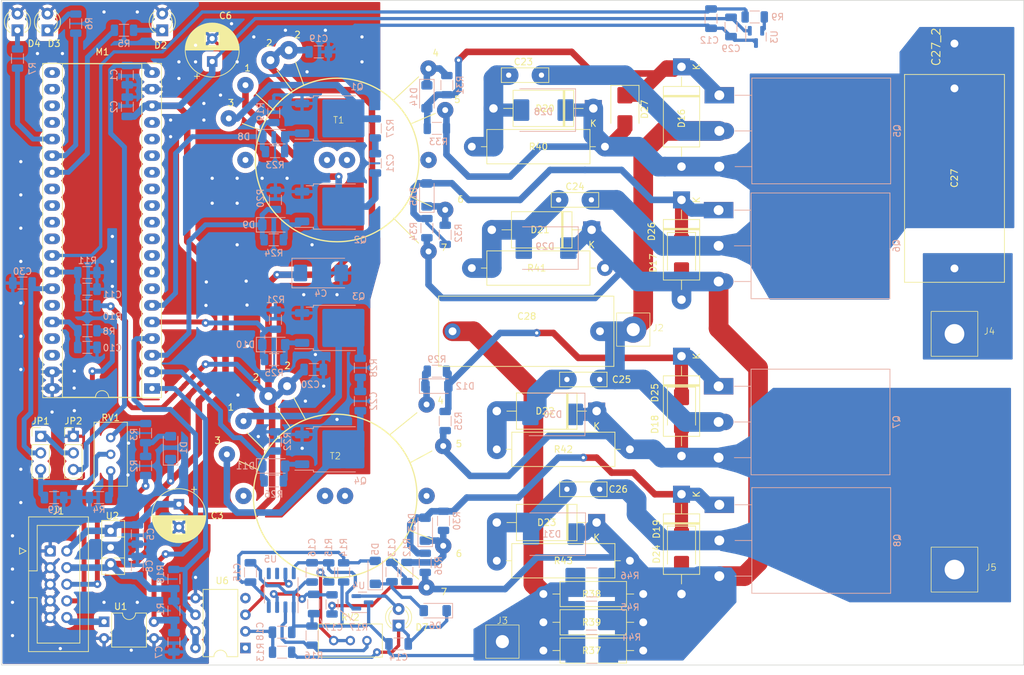
<source format=kicad_pcb>
(kicad_pcb (version 20221018) (generator pcbnew)
  (layers (0 "F.Cu" signal) (31 "B.Cu" signal) (34 "B.Paste" user) (35 "F.Paste" user) (36 "B.SilkS" user "B.Silkscreen") (37 "F.SilkS" user "F.Silkscreen") (38 "B.Mask" user) (39 "F.Mask" user) (44 "Edge.Cuts" user))
  (net 0 "")
  (net 1 "GND")
  (net 2 "+5V")
  (net 3 "+12V")
  (net 4 "/IN_1")
  (net 5 "Net-(JP1-B)")
  (net 6 "/OUT_1")
  (net 7 "/UP")
  (net 8 "/TMP")
  (net 9 "Net-(C13-Pad1)")
  (net 10 "Net-(D5-K)")
  (net 11 "Net-(D6-K)")
  (net 12 "/Shunt-")
  (net 13 "Net-(D5-A)")
  (net 14 "Net-(U4-OUT)")
  (net 15 "Net-(U5--)")
  (net 16 "Net-(U6-A)")
  (net 17 "Net-(C21-Pad1)")
  (net 18 "/DriverFet/Driver_AN")
  (net 19 "Net-(C22-Pad1)")
  (net 20 "/DriverFet/Driver_BN")
  (net 21 "Net-(J2-Pin_1)")
  (net 22 "Net-(D20-A2)")
  (net 23 "Net-(D16-A2)")
  (net 24 "Net-(D21-A2)")
  (net 25 "Net-(D22-A2)")
  (net 26 "Net-(D18-A2)")
  (net 27 "Net-(D23-A2)")
  (net 28 "Net-(J4-Pin_1)")
  (net 29 "Net-(D1-A)")
  (net 30 "Net-(D2-A)")
  (net 31 "Net-(D3-A)")
  (net 32 "Net-(D4-A)")
  (net 33 "Net-(D7-K)")
  (net 34 "/PWM_A")
  (net 35 "Net-(D8-A)")
  (net 36 "/PWM_AN")
  (net 37 "Net-(D9-A)")
  (net 38 "/PWM_B")
  (net 39 "Net-(D10-A)")
  (net 40 "/PWM_BN")
  (net 41 "Net-(D11-A)")
  (net 42 "Net-(D12-K)")
  (net 43 "Net-(D12-A)")
  (net 44 "/Transf_out")
  (net 45 "Net-(D13-A)")
  (net 46 "Net-(D14-K)")
  (net 47 "Net-(D14-A)")
  (net 48 "Net-(D15-K)")
  (net 49 "Net-(D15-A)")
  (net 50 "/Shunt+")
  (net 51 "Net-(JP1-A)")
  (net 52 "/OS")
  (net 53 "+3V3")
  (net 54 "/I_ER")
  (net 70 "/LED1")
  (net 71 "/LED2")
  (net 72 "/LED3")
  (net 80 "/DriverFet/Driver_A")
  (net 81 "/DriverFet/Driver_B")
  (net 82 "/OS_IN")
  (net 83 "Net-(R3-Pad2)")
  (net 84 "Net-(R4-Pad2)")
  (net 85 "/OUTI1")
  (net 86 "Net-(U3-V_{OUT})")
  (net 87 "Net-(R15-Pad1)")
  (net 88 "Net-(U5-+)")
  (net 89 "/IN1")
  (net 92 "Net-(U6-C)")
  (footprint "Resistor_THT:R_Axial_DIN0411_L9.9mm_D3.6mm_P15.24mm_Horizontal" (layer "F.Cu") (at 158.496 134.366 180)
    (fp_text reference "R37")
    (fp_text value "0,01")
  )
  (footprint "Diode_THT:D_DO-201AE_P15.24mm_Horizontal" (layer "F.Cu") (at 164.338 89.408 -90)
    (fp_text reference "D18")
    (fp_text value "P6KE18CA")
  )
  (footprint "Capacitor_THT:C_Rect_L31.5mm_W15.0mm_P27.50mm_MKS4" (layer "F.Cu") (at 206 48.5 -90)
    (fp_text reference "C27")
    (fp_text value "2u 600V")
  )
  (footprint "Diode_SMD:D_SMB" (layer "F.Cu") (at 164.338 74.168 -90)
    (fp_text reference "D26")
    (fp_text value "SMBJ18CA")
  )
  (footprint "Capacitor_THT:CP_Radial_D8.0mm_P3.50mm" (layer "F.Cu") (at 87.63 112.012349 -90)
    (fp_text reference "C3")
    (fp_text value "470uF 25V")
  )
  (footprint "MountingHole:MountingHole_3.5mm" (layer "F.Cu") (at 184 40.9 180)
    (fp_text reference "H3" hide)
    (fp_text value "MountingHole")
  )
  (footprint "Connector_IDC:IDC-Header_2x05_P2.54mm_Vertical" (layer "F.Cu") (at 67.985 119.16)
    (fp_text reference "J1")
    (fp_text value "~")
  )
  (footprint "Diode_THT:D_DO-201AE_P15.24mm_Horizontal" (layer "F.Cu") (at 164.338 45.212 -90)
    (fp_text reference "D16")
    (fp_text value "P6KE18CA")
  )
  (footprint "LED_THT:LED_D3.0mm" (layer "F.Cu") (at 85.09 39.629 90)
    (fp_text reference "D2")
    (fp_text value "~")
  )
  (footprint "Resistor_THT:R_Axial_DIN0411_L9.9mm_D3.6mm_P15.24mm_Horizontal" (layer "F.Cu") (at 158.496 130.048 180)
    (fp_text reference "R39")
    (fp_text value "0,01")
  )
  (footprint "Z_pin:PinD2mm" (layer "F.Cu") (at 137 133)
    (fp_text reference "J3")
    (fp_text value "-310")
  )
  (footprint "Connector_PinHeader_2.54mm:PinHeader_1x03_P2.54mm_Vertical" (layer "F.Cu") (at 66.525 101.635)
    (fp_text reference "JP1")
    (fp_text value "Jumper_3_Open")
  )
  (footprint "Capacitor_THT:C_Rect_L7.0mm_W2.0mm_P5.00mm" (layer "F.Cu") (at 151.852 92.964 180)
    (fp_text reference "C25")
    (fp_text value "1n 630v")
  )
  (footprint "Resistor_THT:R_Axial_DIN0516_L15.5mm_D5.0mm_P20.32mm_Horizontal" (layer "F.Cu") (at 132.334 75.946)
    (fp_text reference "R41")
    (fp_text value "18")
  )
  (footprint "" (layer "F.Cu") (at 104.394 42.672)
    (fp_text reference "")
    (fp_text value "")
  )
  (footprint "" (layer "F.Cu") (at 104.14 93.98)
    (fp_text reference "")
    (fp_text value "")
  )
  (footprint "MountingHole:MountingHole_3.5mm" (layer "F.Cu") (at 184 130.9 180)
    (fp_text reference "H1" hide)
    (fp_text value "MountingHole")
  )
  (footprint "Diode_THT:D_DO-201AE_P15.24mm_Horizontal" (layer "F.Cu") (at 164.338 110.49 -90)
    (fp_text reference "D19")
    (fp_text value "P6KE18CA")
  )
  (footprint "Diode_THT:D_DO-201AE_P15.24mm_Horizontal" (layer "F.Cu") (at 164.338 65.532 -90)
    (fp_text reference "D17")
    (fp_text value "P6KE18CA")
  )
  (footprint "Package_DIP:DIP-8_W7.62mm" (layer "F.Cu") (at 97.78 133.975 180)
    (fp_text reference "U6")
    (fp_text value "6N137")
  )
  (footprint "Resistor_THT:R_Axial_DIN0516_L15.5mm_D5.0mm_P20.32mm_Horizontal" (layer "F.Cu") (at 136.144 120.65)
    (fp_text reference "R43")
    (fp_text value "18")
  )
  (footprint "Potentiometer_THT:Potentiometer_Bourns_3296W_Vertical" (layer "F.Cu") (at 77.216 101.844 90)
    (fp_text reference "RV1")
    (fp_text value "5k")
  )
  (footprint "" (layer "F.Cu") (at 205.994 41.656)
    (fp_text reference "C27_2")
    (fp_text value "")
  )
  (footprint "Capacitor_THT:CP_Radial_D8.0mm_P3.50mm" (layer "F.Cu") (at 92.71 44.394 90)
    (fp_text reference "C6")
    (fp_text value "470uF 25V")
  )
  (footprint "Diode_THT:D_DO-201AE_P15.24mm_Horizontal" (layer "F.Cu") (at 151.384 114.808 180)
    (fp_text reference "D23")
    (fp_text value "UF5408")
  )
  (footprint "Connector_PinHeader_2.54mm:PinHeader_1x03_P2.54mm_Vertical" (layer "F.Cu") (at 71.525 101.635)
    (fp_text reference "JP2")
    (fp_text value "Jumper_3_Open")
  )
  (footprint "LED_THT:LED_D3.0mm" (layer "F.Cu") (at 121.158 130.561 90)
    (fp_text reference "D7")
    (fp_text value "~")
  )
  (footprint "Resistor_THT:R_Axial_DIN0411_L9.9mm_D3.6mm_P15.24mm_Horizontal" (layer "F.Cu") (at 158.496 125.73 180)
    (fp_text reference "R38")
    (fp_text value "0,01")
  )
  (footprint "LED_THT:LED_D3.0mm" (layer "F.Cu") (at 67.564 39.629 90)
    (fp_text reference "D3")
    (fp_text value "~")
  )
  (footprint "Package_TO_SOT_THT:TO-126-3_Vertical" (layer "F.Cu") (at 77.216 116.078 -90)
    (fp_text reference "U2")
    (fp_text value "L7805")
  )
  (footprint "Diode_SMD:D_SMB" (layer "F.Cu") (at 164.338 119.008 -90)
    (fp_text reference "D24")
    (fp_text value "SMBJ18CA")
  )
  (footprint "Capacitor_THT:C_Rect_L7.0mm_W2.0mm_P5.00mm" (layer "F.Cu") (at 142.962 46.482 180)
    (fp_text reference "C23")
    (fp_text value "1n 630v")
  )
  (footprint "Z_pin:PinD3mm" (layer "F.Cu") (at 206 122)
    (fp_text reference "J5")
    (fp_text value "PowerTrans2")
  )
  (footprint "Z_pin:PinD3mm" (layer "F.Cu") (at 206 86)
    (fp_text reference "J4")
    (fp_text value "PowerTrans1")
  )
  (footprint "LED_THT:LED_D3.0mm" (layer "F.Cu") (at 62.992 39.629 90)
    (fp_text reference "D4")
    (fp_text value "~")
  )
  (footprint "Resistor_THT:R_Axial_DIN0516_L15.5mm_D5.0mm_P20.32mm_Horizontal" (layer "F.Cu") (at 132.334 57.404)
    (fp_text reference "R40")
    (fp_text value "18")
  )
  (footprint "Diode_THT:D_DO-201AE_P15.24mm_Horizontal" (layer "F.Cu") (at 150.622 70.104 180)
    (fp_text reference "D21")
    (fp_text value "UF5408")
  )
  (footprint "Capacitor_THT:C_Rect_L26.5mm_W10.5mm_P22.50mm_MKS4" (layer "F.Cu") (at 151.892 85.598 180)
    (fp_text reference "C28")
    (fp_text value "0,47u 600V")
  )
  (footprint "Package_DIP:DIP-40_W15.24mm_Socket_LongPads" (layer "F.Cu") (at 83.525 94.34 180)
    (fp_text reference "M1")
    (fp_text value "BluePillStm32")
  )
  (footprint "Capacitor_THT:C_Rect_L7.0mm_W2.0mm_P5.00mm" (layer "F.Cu") (at 150.582 65.532 180)
    (fp_text reference "C24")
    (fp_text value "1n 630v")
  )
  (footprint "Package_DIP:DIP-4_W7.62mm" (layer "F.Cu") (at 76.21 129.965)
    (fp_text reference "U1")
    (fp_text value "PC817")
  )
  (footprint "Diode_SMD:D_SMB" (layer "F.Cu") (at 164.338 97.79 -90)
    (fp_text reference "D25")
    (fp_text value "SMBJ18CA")
  )
  (footprint "Diode_THT:D_DO-201AE_P15.24mm_Horizontal" (layer "F.Cu") (at 151.384 97.79 180)
    (fp_text reference "D22")
    (fp_text value "UF5408")
  )
  (footprint "Diode_THT:D_DO-201AE_P15.24mm_Horizontal" (layer "F.Cu") (at 150.876 51.562 180)
    (fp_text reference "D20")
    (fp_text value "UF5408")
  )
  (footprint "Diode_SMD:D_SMB" (layer "F.Cu") (at 155.702 51.698 -90)
    (fp_text reference "D27")
    (fp_text value "SMBJ18CA")
  )
  (footprint "Resistor_THT:R_Axial_DIN0516_L15.5mm_D5.0mm_P20.32mm_Horizontal" (layer "F.Cu") (at 136.144 103.632)
    (fp_text reference "R42")
    (fp_text value "18")
  )
  (footprint "Z_transform:Trans_SP_2S" (layer "F.Cu") (at 111.46 110.746 -90)
    (fp_text reference "T2")
    (fp_text value "Transformer_SP_2S")
  )
  (footprint "Capacitor_THT:C_Rect_L7.0mm_W2.0mm_P5.00mm" (layer "F.Cu") (at 151.852 109.728 180)
    (fp_text reference "C26")
    (fp_text value "1n 630v")
  )
  (footprint "MountingHole:MountingHole_3.5mm" (layer "F.Cu") (at 184 85.9 180)
    (fp_text reference "H2" hide)
    (fp_text value "MountingHole")
  )
  (footprint "Z_transform:Trans_SP_2S" (layer "F.Cu") (at 111.76 59.436 -90)
    (fp_text reference "T1")
    (fp_text value "Transformer_SP_2S")
  )
  (footprint "Z_pin:PinD2mm" (layer "F.Cu") (at 156.972 85.344)
    (fp_text reference "J2")
    (fp_text value "+310")
  )
  (footprint "Potentiometer_THT:Potentiometer_Bourns_3296W_Vertical" (layer "F.Cu") (at 111.252 132.842 180)
    (fp_text reference "RV2")
    (fp_text value "5k")
  )
  (footprint "Resistor_SMD:R_1206_3216Metric" (layer "B.Cu") (at 75.438 110.998)
    (fp_text reference "R4")
    (fp_text value "4,7k")
  )
  (footprint "Diode_SMD:D_MiniMELF" (layer "B.Cu") (at 125.476 49.784 -90)
    (fp_text reference "D14")
    (fp_text value "LL4148")
  )
  (footprint "Resistor_SMD:R_1206_3216Metric" (layer "B.Cu") (at 102.108 52.2625 -90)
    (fp_text reference "R19")
    (fp_text value "3,3k")
  )
  (footprint "Capacitor_SMD:C_1206_3216Metric" (layer "B.Cu") (at 81.28 121.461 90)
    (fp_text reference "C8")
    (fp_text value "0,1uF")
  )
  (footprint "Package_TO_SOT_SMD:TO-252-2" (layer "B.Cu") (at 111.466 103.632)
    (fp_text reference "Q4")
    (fp_text value "STD20NF06T4")
  )
  (footprint "Resistor_SMD:R_1206_3216Metric" (layer "B.Cu") (at 122.428 122.3665 90)
    (fp_text reference "R12")
    (fp_text value "680")
  )
  (footprint "Z_Package_TO:TO-247-3_Horizontal_TabUp" (layer "B.Cu") (at 170.11 49.55 -90)
    (fp_text reference "Q5")
    (fp_text value "STW20NM60")
  )
  (footprint "Resistor_SMD:R_2816_7142Metric" (layer "B.Cu") (at 150.6495 123.952 180)
    (fp_text reference "R46")
    (fp_text value "0,01")
  )
  (footprint "Resistor_SMD:R_1206_3216Metric" (layer "B.Cu") (at 128.27 99.314 90)
    (fp_text reference "R35")
    (fp_text value "2,2k")
  )
  (footprint "Resistor_SMD:R_1206_3216Metric" (layer "B.Cu") (at 127 91.694 180)
    (fp_text reference "R29")
    (fp_text value "75")
  )
  (footprint "Resistor_SMD:R_1206_3216Metric" (layer "B.Cu") (at 86.868 128.27 90)
    (fp_text reference "R1")
    (fp_text value "4,7k")
  )
  (footprint "Diode_SMD:D_MiniMELF" (layer "B.Cu") (at 102.108 69.342)
    (fp_text reference "D9")
    (fp_text value "LL4148")
  )
  (footprint "Diode_SMD:D_SMC" (layer "B.Cu") (at 144.682 98.298 180)
    (fp_text reference "D30")
    (fp_text value "ES3JC")
  )
  (footprint "Capacitor_SMD:C_1206_3216Metric" (layer "B.Cu") (at 168.844 37.846 -90)
    (fp_text reference "C12")
    (fp_text value "0,1uF")
  )
  (footprint "Package_TO_SOT_SMD:TO-252-2" (layer "B.Cu") (at 111.466 53.085)
    (fp_text reference "Q1")
    (fp_text value "STD20NF06T4")
  )
  (footprint "Resistor_SMD:R_1206_3216Metric" (layer "B.Cu") (at 82.55 106.172 90)
    (fp_text reference "R2")
    (fp_text value "470")
  )
  (footprint "Capacitor_SMD:C_1206_3216Metric" (layer "B.Cu") (at 81.28 116.635 -90)
    (fp_text reference "C5")
    (fp_text value "0,1uF")
  )
  (footprint "Resistor_SMD:R_1206_3216Metric" (layer "B.Cu") (at 175.5095 37.592 180)
    (fp_text reference "R9")
    (fp_text value "4,7k")
  )
  (footprint "Capacitor_SMD:C_1206_3216Metric" (layer "B.Cu") (at 115.316 96.266 -90)
    (fp_text reference "C22")
    (fp_text value "1n")
  )
  (footprint "Capacitor_SMD:C_1206_3216Metric" (layer "B.Cu") (at 73.66 88.06)
    (fp_text reference "C10")
    (fp_text value "10nF")
  )
  (footprint "Resistor_SMD:R_2816_7142Metric" (layer "B.Cu") (at 150.5945 129.032 180)
    (fp_text reference "R45")
    (fp_text value "0,01")
  )
  (footprint "Capacitor_SMD:C_1206_3216Metric" (layer "B.Cu") (at 86.868 133.096 -90)
    (fp_text reference "C7")
    (fp_text value "0,1uF")
  )
  (footprint "Resistor_SMD:R_1206_3216Metric" (layer "B.Cu") (at 110.49 122.428 90)
    (fp_text reference "R15")
    (fp_text value "4,7k")
  )
  (footprint "Capacitor_SMD:C_1206_3216Metric" (layer "B.Cu") (at 79.756 46.482 -90)
    (fp_text reference "C1")
    (fp_text value "0,1uF")
  )
  (footprint "Resistor_SMD:R_1206_3216Metric" (layer "B.Cu") (at 102.108 108.458 180)
    (fp_text reference "R26")
    (fp_text value "75")
  )
  (footprint "Resistor_SMD:R_1206_3216Metric" (layer "B.Cu") (at 128.27 70.866 90)
    (fp_text reference "R32")
    (fp_text value "75")
  )
  (footprint "Capacitor_SMD:C_1206_3216Metric" (layer "B.Cu") (at 103.378 131.572)
    (fp_text reference "C18")
    (fp_text value "0,1uF")
  )
  (footprint "Package_TO_SOT_SMD:SOT-23" (layer "B.Cu") (at 175.702 40.64 -90)
    (fp_text reference "U3")
    (fp_text value "TC1047AxNB")
  )
  (footprint "Diode_SMD:D_SMC" (layer "B.Cu") (at 143.666 72.898 180)
    (fp_text reference "D29")
    (fp_text value "ES3JC")
  )
  (footprint "Diode_SMD:D_MiniMELF" (layer "B.Cu") (at 125.476 64.77 90)
    (fp_text reference "D15")
    (fp_text value "LL4148")
  )
  (footprint "Capacitor_SMD:C_1206_3216Metric" (layer "B.Cu") (at 68.58 110.998)
    (fp_text reference "C9")
    (fp_text value "10nF")
  )
  (footprint "Resistor_SMD:R_1206_3216Metric" (layer "B.Cu") (at 102.1695 89.916 180)
    (fp_text reference "R25")
    (fp_text value "75")
  )
  (footprint "Resistor_SMD:R_1206_3216Metric" (layer "B.Cu") (at 103.378 134.62 180)
    (fp_text reference "R13")
    (fp_text value "330")
  )
  (footprint "Resistor_SMD:R_1206_3216Metric" (layer "B.Cu") (at 102.362 65.532 90)
    (fp_text reference "R20")
    (fp_text value "3,3k")
  )
  (footprint "Resistor_SMD:R_1206_3216Metric" (layer "B.Cu") (at 86.868 123.444 -90)
    (fp_text reference "R18")
    (fp_text value "1,5k")
  )
  (footprint "Diode_SMD:D_MiniMELF" (layer "B.Cu") (at 117.602 122.428 90)
    (fp_text reference "D5")
    (fp_text value "LL4148")
  )
  (footprint "Diode_SMD:D_MiniMELF" (layer "B.Cu") (at 86.36 103.378 90)
    (fp_text reference "D1")
    (fp_text value "LL4148")
  )
  (footprint "Capacitor_SMD:C_1206_3216Metric" (layer "B.Cu") (at 171.892 39.116 -90)
    (fp_text reference "C29")
    (fp_text value "0,1uF")
  )
  (footprint "Capacitor_SMD:C_1206_3216Metric" (layer "B.Cu") (at 121.158 133.35 180)
    (fp_text reference "C14")
    (fp_text value "0,33uF")
  )
  (footprint "Resistor_SMD:R_1206_3216Metric" (layer "B.Cu") (at 79.248 39.624)
    (fp_text reference "R5")
    (fp_text value "330")
  )
  (footprint "Capacitor_SMD:C_1206_3216Metric" (layer "B.Cu") (at 107.95 122.428 -90)
    (fp_text reference "C16")
    (fp_text value "0,1uF")
  )
  (footprint "Resistor_SMD:R_1206_3216Metric" (layer "B.Cu") (at 117.602 54.61 90)
    (fp_text reference "R27")
    (fp_text value "330")
  )
  (footprint "Capacitor_Tantalum_SMD:CP_EIA-7343-15_Kemet-W" (layer "B.Cu") (at 109.2845 76.708)
    (fp_text reference "C4")
    (fp_text value "100uF")
  )
  (footprint "Capacitor_SMD:C_1206_3216Metric" (layer "B.Cu") (at 63.754 78.232 180)
    (fp_text reference "C30")
    (fp_text value "0,1uF")
  )
  (footprint "Package_TO_SOT_SMD:TO-252-2" (layer "B.Cu") (at 111.466 66.547)
    (fp_text reference "Q2")
    (fp_text value "STD20NF06T4")
  )
  (footprint "Diode_SMD:D_MiniMELF" (layer "B.Cu") (at 102.108 106.172)
    (fp_text reference "D11")
    (fp_text value "LL4148")
  )
  (footprint "Capacitor_SMD:C_1206_3216Metric" (layer "B.Cu") (at 73.66 79.17)
    (fp_text reference "C11")
    (fp_text value "0,1uF")
  )
  (footprint "Resistor_SMD:R_1206_3216Metric" (layer "B.Cu") (at 73.66 81.71)
    (fp_text reference "R10")
    (fp_text value "15k")
  )
  (footprint "Resistor_SMD:R_1206_3216Metric" (layer "B.Cu") (at 102.108 71.628 180)
    (fp_text reference "R24")
    (fp_text value "75")
  )
  (footprint "Resistor_SMD:R_1206_3216Metric" (layer "B.Cu") (at 102.362 102.4235 90)
    (fp_text reference "R22")
    (fp_text value "3,3k")
  )
  (footprint "Z_Package_TO:TO-247-3_Horizontal_TabUp" (layer "B.Cu") (at 170 94 -90)
    (fp_text reference "Q7")
    (fp_text value "STW20NM60")
  )
  (footprint "Diode_SMD:D_MiniMELF" (layer "B.Cu") (at 126.746 128.27 180)
    (fp_text reference "D6")
    (fp_text value "LL4148")
  )
  (footprint "Resistor_SMD:R_1206_3216Metric" (layer "B.Cu") (at 62.992 43.942 90)
    (fp_text reference "R7")
    (fp_text value "330")
  )
  (footprint "Z_Package_TO:TO-247-3_Horizontal_TabUp" (layer "B.Cu") (at 170 67.1 -90)
    (fp_text reference "Q6")
    (fp_text value "STW20NM60")
  )
  (footprint "Resistor_SMD:R_2816_7142Metric" (layer "B.Cu") (at 150.6495 134.112 180)
    (fp_text reference "R44")
    (fp_text value "0,01")
  )
  (footprint "Resistor_SMD:R_1206_3216Metric" (layer "B.Cu") (at 102.362 83.82 -90)
    (fp_text reference "R21")
    (fp_text value "3,3k")
  )
  (footprint "Capacitor_SMD:C_1206_3216Metric" (layer "B.Cu") (at 120.142 122.379 -90)
    (fp_text reference "C13")
    (fp_text value "0,33uF")
  )
  (footprint "Resistor_SMD:R_1206_3216Metric" (layer "B.Cu") (at 125.476 69.85 90)
    (fp_text reference "R34")
    (fp_text value "2,2k")
  )
  (footprint "Diode_SMD:D_SMC" (layer "B.Cu") (at 143.256 51.816 180)
    (fp_text reference "D28")
    (fp_text value "ES3JC")
  )
  (footprint "Resistor_SMD:R_1206_3216Metric" (layer "B.Cu") (at 107.95 132.08 -90)
    (fp_text reference "R16")
    (fp_text value "150")
  )
  (footprint "Capacitor_SMD:C_1206_3216Metric" (layer "B.Cu") (at 117.602 59.944 -90)
    (fp_text reference "C21")
    (fp_text value "1n")
  )
  (footprint "Diode_SMD:D_SMC" (layer "B.Cu") (at 144.78 116.586 180)
    (fp_text reference "D31")
    (fp_text value "ES3JC")
  )
  (footprint "Capacitor_SMD:C_1206_3216Metric" (layer "B.Cu") (at 108.204 127.254 -90)
    (fp_text reference "C17")
    (fp_text value "1n")
  )
  (footprint "Diode_SMD:D_MiniMELF" (layer "B.Cu") (at 125.222 115.824 90)
    (fp_text reference "D13")
    (fp_text value "LL4148")
  )
  (footprint "Resistor_SMD:R_1206_3216Metric" (layer "B.Cu") (at 73.66 85.52 180)
    (fp_text reference "R8")
    (fp_text value "100")
  )
  (footprint "Resistor_SMD:R_1206_3216Metric" (layer "B.Cu") (at 82.55 101.1535 90)
    (fp_text reference "R3")
    (fp_text value "4,7k")
  )
  (footprint "Package_TO_SOT_SMD:TO-252-2" (layer "B.Cu") (at 111.466 85.09)
    (fp_text reference "Q3")
    (fp_text value "STD20NF06T4")
  )
  (footprint "Resistor_SMD:R_1206_3216Metric" (layer "B.Cu") (at 128.524 48.006 90)
    (fp_text reference "R31")
    (fp_text value "75")
  )
  (footprint "Z_Package_TO:TO-247-3_Horizontal_TabUp" (layer "B.Cu") (at 170.11 112.1 -90)
    (fp_text reference "Q8")
    (fp_text value "STW20NM60")
  )
  (footprint "Resistor_SMD:R_1206_3216Metric" (layer "B.Cu") (at 125.222 120.9655 90)
    (fp_text reference "R36")
    (fp_text value "2,2k")
  )
  (footprint "Package_SO:SO-8_3.9x4.9mm_P1.27mm" (layer "B.Cu") (at 103.251 125.166 90)
    (fp_text reference "U5")
    (fp_text value "LM311")
  )
  (footprint "Capacitor_SMD:C_1206_3216Metric" (layer "B.Cu") (at 108.204 91.44 180)
    (fp_text reference "C20")
    (fp_text value "0,47uF")
  )
  (footprint "Resistor_SMD:R_1206_3216Metric" (layer "B.Cu") (at 73.66 76.63 180)
    (fp_text reference "R11")
    (fp_text value "4,7k")
  )
  (footprint "Diode_SMD:D_MiniMELF" (layer "B.Cu") (at 102.108 87.63)
    (fp_text reference "D10")
    (fp_text value "LL4148")
  )
  (footprint "Resistor_SMD:R_1206_3216Metric" (layer "B.Cu") (at 128.016 114.554 -90)
    (fp_text reference "R30")
    (fp_text value "75")
  )
  (footprint "Resistor_SMD:R_1206_3216Metric" (layer "B.Cu") (at 102.3005 58.166 180)
    (fp_text reference "R23")
    (fp_text value "75")
  )
  (footprint "Resistor_SMD:R_1206_3216Metric" (layer "B.Cu") (at 110.998 127.3155 -90)
    (fp_text reference "R17")
    (fp_text value "1k")
  )
  (footprint "Resistor_SMD:R_1206_3216Metric" (layer "B.Cu") (at 127 54.61 180)
    (fp_text reference "R33")
    (fp_text value "2,2k")
  )
  (footprint "Package_TO_SOT_SMD:SOT-23" (layer "B.Cu") (at 115.6485 127)
    (fp_text reference "U4")
    (fp_text value "78L05S")
  )
  (footprint "Diode_SMD:D_MiniMELF" (layer "B.Cu") (at 102.108 55.88)
    (fp_text reference "D8")
    (fp_text value "LL4148")
  )
  (footprint "Resistor_SMD:R_1206_3216Metric" (layer "B.Cu") (at 115.316 91.186 90)
    (fp_text reference "R28")
    (fp_text value "330")
  )
  (footprint "Resistor_SMD:R_1206_3216Metric" (layer "B.Cu") (at 71.882 38.608 90)
    (fp_text reference "R6")
    (fp_text value "330")
  )
  (footprint "Capacitor_SMD:C_1206_3216Metric" (layer "B.Cu") (at 98.552 122.428 -90)
    (fp_text reference "C15")
    (fp_text value "0,33uF")
  )
  (footprint "Capacitor_SMD:C_1206_3216Metric" (layer "B.Cu") (at 79.756 51.308 90)
    (fp_text reference "C2")
    (fp_text value "0,1uF")
  )
  (footprint "Resistor_SMD:R_1206_3216Metric" (layer "B.Cu") (at 112.776 122.428 -90)
    (fp_text reference "R14")
    (fp_text value "1,5k")
  )
  (footprint "Diode_SMD:D_MiniMELF" (layer "B.Cu") (at 127 93.98)
    (fp_text reference "D12")
    (fp_text value "LL4148")
  )
  (footprint "Capacitor_SMD:C_1206_3216Metric" (layer "B.Cu") (at 108.966 42.926 180)
    (fp_text reference "C19")
    (fp_text value "0,47uF")
  )
  (gr_line (start 109.728 130.81) (end 109.22 129.54) (stroke (width 0.15)) (layer "B.SilkS"))
  (gr_line (start 114.3 129.794) (end 112.268 128.27) (stroke (width 0.15)) (layer "B.SilkS"))
  (gr_line (start 124.206 123.444) (end 120.142 120.142) (stroke (width 0.15)) (layer "F.SilkS"))
  (gr_line (start 97.282 53.848) (end 100.076 54.864) (stroke (width 0.15)) (layer "F.SilkS"))
  (gr_line (start 126.746 52.324) (end 123.19 53.848) (stroke (width 0.15)) (layer "F.SilkS"))
  (gr_line (start 124.206 46.736) (end 120.396 50.292) (stroke (width 0.15)) (layer "F.SilkS"))
  (gr_line (start 105.41 44.45) (end 106.68 48.006) (stroke (width 0.15)) (layer "F.SilkS"))
  (gr_line (start 99.568 106.68) (end 96.774 105.41) (stroke (width 0.15)) (layer "F.SilkS"))
  (gr_line (start 105.156 95.758) (end 106.934 99.06) (stroke (width 0.15)) (layer "F.SilkS"))
  (gr_line (start 126.238 117.348) (end 122.936 116.078) (stroke (width 0.15)) (layer "F.SilkS"))
  (gr_line (start 99.314 49.276) (end 102.108 51.816) (stroke (width 0.15)) (layer "F.SilkS"))
  (gr_line (start 126.238 103.886) (end 122.936 105.664) (stroke (width 0.15)) (layer "F.SilkS"))
  (gr_line (start 102.362 97.028) (end 104.648 100.33) (stroke (width 0.15)) (layer "F.SilkS"))
  (gr_line (start 119.888 101.346) (end 123.952 98.044) (stroke (width 0.15)) (layer "F.SilkS"))
  (gr_line (start 124.206 72.136) (end 120.396 68.326) (stroke (width 0.15)) (layer "F.SilkS"))
  (gr_line (start 102.616 45.72) (end 104.902 48.768) (stroke (width 0.15)) (layer "F.SilkS"))
  (gr_line (start 100.838 103.886) (end 98.044 101.092) (stroke (width 0.15)) (layer "F.SilkS"))
  (gr_line (start 126.238 66.548) (end 122.936 65.024) (stroke (width 0.15)) (layer "F.SilkS"))
  (gr_rect (start 60.549 35.052) (end 216.565 136.576) (stroke (width 0.1)) (fill none) (layer "Edge.Cuts"))
  (gr_text "5" (at 129.794 103.378) (layer "F.SilkS") (effects (font (size 1 1)) (justify left bottom)))
  (gr_text "6" (at 130.048 66.04) (layer "F.SilkS") (effects (font (size 1 1)) (justify left bottom)))
  (gr_text "3" (at 92.964 102.87) (layer "F.SilkS") (effects (font (size 1 1)) (justify left bottom)))
  (gr_text "7" (at 127.508 73.406) (layer "F.SilkS") (effects (font (size 1 1)) (justify left bottom)))
  (gr_text "3" (at 94.996 51.308) (layer "F.SilkS") (effects (font (size 1 1)) (justify left bottom)))
  (gr_text "7" (at 127.508 125.984) (layer "F.SilkS") (effects (font (size 1 1)) (justify left bottom)))
  (gr_text "6" (at 129.794 120.142) (layer "F.SilkS") (effects (font (size 1 1)) (justify left bottom)))
  (gr_text "2" (at 105.156 40.894) (layer "F.SilkS") (effects (font (size 1 1)) (justify left bottom)))
  (gr_text "4" (at 126.238 43.688) (layer "F.SilkS") (effects (font (size 1 1)) (justify left bottom)))
  (gr_text "5" (at 129.54 50.8) (layer "F.SilkS") (effects (font (size 1 1)) (justify left bottom)))
  (gr_text "1" (at 97.536 45.974) (layer "F.SilkS") (effects (font (size 1 1)) (justify left bottom)))
  (gr_text "1" (at 94.996 97.79) (layer "F.SilkS") (effects (font (size 1 1)) (justify left bottom)))
  (gr_text "2" (at 98.806 93.218) (layer "F.SilkS") (effects (font (size 1 1)) (justify left bottom)))
  (gr_text "2" (at 100.838 42.164) (layer "F.SilkS") (effects (font (size 1 1)) (justify left bottom)))
  (gr_text "4" (at 127 96.774) (layer "F.SilkS") (effects (font (size 1 1)) (justify left bottom)))
  (gr_text "2" (at 103.632 91.44) (layer "F.SilkS") (effects (font (size 1 1)) (justify left bottom)))
  (via (at 91.814468 78.06968) (size 1.2) (drill 0.5) (layers "F.Cu" "B.Cu") (net 1))
  (via (at 90.17 123.19) (size 1.2) (drill 0.5) (layers "F.Cu" "B.Cu") (net 1))
  (via (at 81.28 36.83) (size 1.2) (drill 0.5) (layers "F.Cu" "B.Cu") (net 1))
  (via (at 86.36 53.34) (size 1.2) (drill 0.5) (layers "F.Cu" "B.Cu") (net 1))
  (via (at 96.52 66.04) (size 1.2) (drill 0.5) (layers "F.Cu" "B.Cu") (net 1))
  (via (at 87.63 46.99) (size 1.2) (drill 0.5) (layers "F.Cu" "B.Cu") (net 1))
  (via (at 96.52 72.39) (size 1.2) (drill 0.5) (layers "F.Cu" "B.Cu") (net 1))
  (via (at 69.85 43.18) (size 1.2) (drill 0.5) (layers "F.Cu" "B.Cu") (net 1))
  (via (at 69.525488 134.059043) (size 1.2) (drill 0.5) (layers "F.Cu" "B.Cu") (net 1))
  (via (at 80.355827 134.310911) (size 1.2) (drill 0.5) (layers "F.Cu" "B.Cu") (net 1))
  (via (at 99.06 40.64) (size 1.2) (drill 0.5) (layers "F.Cu" "B.Cu") (net 1))
  (via (at 79.938666 102.680116) (size 1.2) (drill 0.5) (layers "F.Cu" "B.Cu") (net 1))
  (via (at 115.57 44.45) (size 1.2) (drill 0.5) (layers "F.Cu" "B.Cu") (net 1))
  (via (at 107.188 45.974) (size 1.2) (drill 0.5) (layers "F.Cu" "B.Cu") (net 1))
  (via (at 97.896622 77.939082) (size 1.2) (drill 0.5) (layers "F.Cu" "B.Cu") (net 1))
  (via (at 86.36 55.88) (size 1.2) (drill 0.5) (layers "F.Cu" "B.Cu") (net 1))
  (via (at 63.5 86.36) (size 1.2) (drill 0.5) (layers "F.Cu" "B.Cu") (net 1))
  (via (at 71.643144 94.275377) (size 1.2) (drill 0.5) (layers "F.Cu" "B.Cu") (net 1))
  (via (at 63.5 111.76) (size 1.2) (drill 0.5) (layers "F.Cu" "B.Cu") (net 1))
  (via (at 106.444539 103.471713) (size 1.2) (drill 0.5) (layers "F.Cu" "B.Cu") (net 1))
  (via (at 63.5 59.69) (size 1.2) (drill 0.5) (layers "F.Cu" "B.Cu") (net 1))
  (via (at 62.23 127) (size 1.2) (drill 0.5) (layers "F.Cu" "B.Cu") (net 1))
  (via (at 87.63 44.45) (size 1.2) (drill 0.5) (layers "F.Cu" "B.Cu") (net 1))
  (via (at 111.76 99.06) (size 1.2) (drill 0.5) (layers "F.Cu" "B.Cu") (net 1))
  (via (at 62.23 132.08) (size 1.2) (drill 0.5) (layers "F.Cu" "B.Cu") (net 1))
  (via (at 92.71 62.23) (size 1.2) (drill 0.5) (layers "F.Cu" "B.Cu") (net 1))
  (via (at 81.28 127) (size 1.2) (drill 0.5) (layers "F.Cu" "B.Cu") (net 1))
  (via (at 96.52 44.45) (size 1.2) (drill 0.5) (layers "F.Cu" "B.Cu") (net 1))
  (via (at 71.660264 91.673283) (size 1.2) (drill 0.5) (layers "F.Cu" "B.Cu") (net 1))
  (via (at 100.33 62.23) (size 1.2) (drill 0.5) (layers "F.Cu" "B.Cu") (net 1))
  (via (at 109.982 39.624) (size 1.2) (drill 0.5) (layers "F.Cu" "B.Cu") (net 1))
  (via (at 63.5 74.93) (size 1.2) (drill 0.5) (layers "F.Cu" "B.Cu") (net 1))
  (via (at 104.14 62.23) (size 1.2) (drill 0.5) (layers "F.Cu" "B.Cu") (net 1))
  (via (at 91.44 53.34) (size 1.2) (drill 0.5) (layers "F.Cu" "B.Cu") (net 1))
  (via (at 91.758497 81.651808) (size 1.2) (drill 0.5) (layers "F.Cu" "B.Cu") (net 1))
  (via (at 77.47 74.93) (size 1.2) (drill 0.5) (layers "F.Cu" "B.Cu") (net 1))
  (via (at 106.934 96.266) (size 1.2) (drill 0.5) (layers "F.Cu" "B.Cu") (net 1))
  (via (at 77.47 78.74) (size 1.2) (drill 0.5) (layers "F.Cu" "B.Cu") (net 1))
  (via (at 76.2 127) (size 1.2) (drill 0.5) (layers "F.Cu" "B.Cu") (net 1))
  (via (at 90.17 41.91) (size 1.2) (drill 0.5) (layers "F.Cu" "B.Cu") (net 1))
  (via (at 108.458 89.154) (size 1.2) (drill 0.5) (layers "F.Cu" "B.Cu") (net 1))
  (via (at 98.02722 81.595837) (size 1.2) (drill 0.5) (layers "F.Cu" "B.Cu") (net 1))
  (via (at 98.115166 87.861861) (size 1.2) (drill 0.5) (layers "F.Cu" "B.Cu") (net 1))
  (via (at 91.44 50.8) (size 1.2) (drill 0.5) (layers "F.Cu" "B.Cu") (net 1))
  (via (at 106.68 80.01) (size 1.2) (drill 0.5) (layers "F.Cu" "B.Cu") (net 1))
  (via (at 90.17 44.45) (size 1.2) (drill 0.5) (layers "F.Cu" "B.Cu") (net 1))
  (via (at 96.645934 95.333956) (size 1.2) (drill 0.5) (layers "F.Cu" "B.Cu") (net 1))
  (via (at 115.57 40.64) (size 1.2) (drill 0.5) (layers "F.Cu" "B.Cu") (net 1))
  (via (at 111.76 80.01) (size 1.2) (drill 0.5) (layers "F.Cu" "B.Cu") (net 1))
  (via (at 93.98 49.53) (size 1.2) (drill 0.5) (layers "F.Cu" "B.Cu") (net 1))
  (via (at 63.5 106.68) (size 1.2) (drill 0.5) (layers "F.Cu" "B.Cu") (net 1))
  (via (at 92.71 66.04) (size 1.2) (drill 0.5) (layers "F.Cu" "B.Cu") (net 1))
  (via (at 68.268765 97.936595) (size 1.2) (drill 0.5) (layers "F.Cu" "B.Cu") (net 1))
  (via (at 79.85471 107.549571) (size 1.2) (drill 0.5) (layers "F.Cu" "B.Cu") (net 1))
  (via (at 99.745701 101.677035) (size 1.2) (drill 0.5) (layers "F.Cu" "B.Cu") (net 1))
  (via (at 63.5 64.77) (size 1.2) (drill 0.5) (layers "F.Cu" "B.Cu") (net 1))
  (via (at 76.2 36.83) (size 1.2) (drill 0.5) (layers "F.Cu" "B.Cu") (net 1))
  (via (at 63.5 81.28) (size 1.2) (drill 0.5) (layers "F.Cu" "B.Cu") (net 1))
  (via (at 62.23 121.92) (size 1.2) (drill 0.5) (layers "F.Cu" "B.Cu") (net 1))
  (via (at 107.95 72.39) (size 1.2) (drill 0.5) (layers "F.Cu" "B.Cu") (net 1))
  (via (at 63.5 69.85) (size 1.2) (drill 0.5) (layers "F.Cu" "B.Cu") (net 1))
  (via (at 71.668988 97.726705) (size 1.2) (drill 0.5) (layers "F.Cu" "B.Cu") (net 1))
  (via (at 77.47 71.12) (size 1.2) (drill 0.5) (layers "F.Cu" "B.Cu") (net 1))
  (via (at 66.04 43.18) (size 1.2) (drill 0.5) (layers "F.Cu" "B.Cu") (net 1))
  (via (at 109.728 93.98) (size 1.2) (drill 0.5) (layers "F.Cu" "B.Cu") (net 1))
  (via (at 95.660452 38.623723) (size 1.2) (drill 0.5) (layers "F.Cu" "B.Cu") (net 1))
  (via (at 96.52 62.23) (size 1.2) (drill 0.5) (layers "F.Cu" "B.Cu") (net 1))
  (via (at 103.886 39.624) (size 1.2) (drill 0.5) (layers "F.Cu" "B.Cu") (net 1))
  (via (at 62.23 116.84) (size 1.2) (drill 0.5) (layers "F.Cu" "B.Cu") (net 1))
  (via (at 63.5 91.44) (size 1.2) (drill 0.5) (layers "F.Cu" "B.Cu") (net 1))
  (segment (start 168.844 39.321) (end 168.385 38.862) (width 0.5) (layer "B.Cu") (net 1))
  (segment (start 106.426 50.805) (end 102.113 50.805) (width 0.75) (layer "B.Cu") (net 1))
  (segment (start 172.449 41.148) (end 175.2725 41.148) (width 0.5) (layer "B.Cu") (net 1))
  (segment (start 114.505 38.862) (end 110.441 42.926) (width 0.5) (layer "B.Cu") (net 1))
  (segment (start 170.622 39.321) (end 172.449 41.148) (width 0.5) (layer "B.Cu") (net 1))
  (segment (start 102.113 50.805) (end 102.108 50.8) (width 0.75) (layer "B.Cu") (net 1))
  (segment (start 168.844 39.321) (end 170.622 39.321) (width 0.5) (layer "B.Cu") (net 1))
  (segment (start 168.385 38.862) (end 114.505 38.862) (width 0.5) (layer "B.Cu") (net 1))
  (segment (start 175.2725 41.148) (end 175.702 41.5775) (width 0.5) (layer "B.Cu") (net 1))
  (segment (start 90.678 104.14) (end 90.678 96.266) (width 1) (layer "F.Cu") (net 2))
  (segment (start 94.742 77.724) (end 88.9 71.882) (width 1) (layer "F.Cu") (net 2))
  (segment (start 82.804 119.126) (end 82.804 112.014) (width 1) (layer "F.Cu") (net 2))
  (segment (start 88.9 71.882) (end 88.9 52.578) (width 1) (layer "F.Cu") (net 2))
  (segment (start 80.772 121.158) (end 82.804 119.126) (width 1) (layer "F.Cu") (net 2))
  (segment (start 88.9 52.578) (end 87.482 51.16) (width 1) (layer "F.Cu") (net 2))
  (segment (start 86.36 108.458) (end 90.678 104.14) (width 1) (layer "F.Cu") (net 2))
  (segment (start 94.742 92.202) (end 94.742 77.724) (width 1) (layer "F.Cu") (net 2))
  (segment (start 82.804 112.014) (end 86.36 108.458) (width 1) (layer "F.Cu") (net 2))
  (segment (start 77.216 121.158) (end 80.772 121.158) (width 1) (layer "F.Cu") (net 2))
  (segment (start 87.482 51.16) (end 83.525 51.16) (width 1) (layer "F.Cu") (net 2))
  (segment (start 90.678 96.266) (end 94.742 92.202) (width 1) (layer "F.Cu") (net 2))
  (via (at 86.36 108.458) (size 1.2) (drill 0.5) (layers "F.Cu" "B.Cu") (net 2))
  (segment (start 171.687 37.846) (end 99.258 37.846) (width 0.5) (layer "B.Cu") (net 2))
  (segment (start 86.36 108.458) (end 86.36 105.128) (width 1) (layer "B.Cu") (net 2))
  (segment (start 90.16 133.975) (end 90.16 131.435) (width 1) (layer "B.Cu") (net 2))
  (segment (start 88.443 129.718) (end 88.443 128.829) (width 0.5) (layer "B.Cu") (net 2))
  (segment (start 90.16 131.435) (end 88.443 129.718) (width 0.5) (layer "B.Cu") (net 2))
  (segment (start 80.821 52.783) (end 79.756 52.783) (width 1) (layer "B.Cu") (net 2))
  (segment (start 86.868 126.8075) (end 86.868 124.9065) (width 1) (layer "B.Cu") (net 2))
  (segment (start 83.525 51.16) (end 87.778 51.16) (width 1) (layer "B.Cu") (net 2))
  (segment (start 171.892 37.641) (end 171.687 37.846) (width 0.5) (layer "B.Cu") (net 2))
  (segment (start 83.525 51.16) (end 82.444 51.16) (width 1) (layer "B.Cu") (net 2))
  (segment (start 174.752 39.7025) (end 173.9535 39.7025) (width 0.5) (layer "B.Cu") (net 2))
  (segment (start 99.258 37.846) (end 92.71 44.394) (width 0.5) (layer "B.Cu") (net 2))
  (segment (start 173.9535 39.7025) (end 171.892 37.641) (width 0.5) (layer "B.Cu") (net 2))
  (segment (start 81.28 122.936) (end 78.994 122.936) (width 1) (layer "B.Cu") (net 2))
  (segment (start 86.868 127.254) (end 86.868 126.8075) (width 0.5) (layer "B.Cu") (net 2))
  (segment (start 70.525 121.7) (end 76.674 121.7) (width 1) (layer "B.Cu") (net 2))
  (segment (start 92.71 46.228) (end 92.71 44.394) (width 1) (layer "B.Cu") (net 2))
  (segment (start 78.994 122.936) (end 77.216 121.158) (width 1) (layer "B.Cu") (net 2))
  (segment (start 83.2505 124.9065) (end 81.28 122.936) (width 1) (layer "B.Cu") (net 2))
  (segment (start 82.444 51.16) (end 80.821 52.783) (width 1) (layer "B.Cu") (net 2))
  (segment (start 87.778 51.16) (end 92.71 46.228) (width 1) (layer "B.Cu") (net 2))
  (segment (start 86.868 124.9065) (end 83.2505 124.9065) (width 1) (layer "B.Cu") (net 2))
  (segment (start 76.674 121.7) (end 77.216 121.158) (width 1) (layer "B.Cu") (net 2))
  (segment (start 88.443 128.829) (end 86.868 127.254) (width 0.5) (layer "B.Cu") (net 2))
  (segment (start 114.808 48.768) (end 105.156 48.768) (width 1) (layer "F.Cu") (net 3))
  (segment (start 110.744 76.962) (end 117.094 70.612) (width 1) (layer "F.Cu") (net 3))
  (segment (start 101.3 95.506) (end 101.3 78.278) (width 1) (layer "F.Cu") (net 3))
  (segment (start 89.409651 113.792) (end 99.06 113.792) (width 1) (layer "F.Cu") (net 3))
  (segment (start 102.616 76.962) (end 110.744 76.962) (width 1) (layer "F.Cu") (net 3))
  (segment (start 101.3 78.278) (end 102.616 76.962) (width 1) (layer "F.Cu") (net 3))
  (segment (start 101.854 110.998) (end 101.854 96.06) (width 1) (layer "F.Cu") (net 3))
  (segment (start 117.094 70.612) (end 117.094 51.054) (width 1) (layer "F.Cu") (net 3))
  (segment (start 101.854 96.06) (end 101.3 95.506) (width 1) (layer "F.Cu") (net 3))
  (segment (start 88.392 93.98) (end 88.392 93.943181) (width 0.75) (layer "F.Cu") (net 3))
  (segment (start 79.502 84.074) (end 79.502 96.266) (width 0.75) (layer "F.Cu") (net 3))
  (segment (start 87.63 112.012349) (end 89.409651 113.792) (width 1) (layer "F.Cu") (net 3))
  (segment (start 79.502 96.266) (end 80.518 97.282) (width 0.75) (layer "F.Cu") (net 3))
  (segment (start 85.09 97.282) (end 88.392 93.98) (width 0.75) (layer "F.Cu") (net 3))
  (segment (start 117.094 51.054) (end 114.808 48.768) (width 1) (layer "F.Cu") (net 3))
  (segment (start 101.6 45.212) (end 101.6 44.196) (width 1) (layer "F.Cu") (net 3))
  (segment (start 80.518 97.282) (end 85.09 97.282) (width 0.75) (layer "F.Cu") (net 3))
  (segment (start 105.156 48.768) (end 101.6 45.212) (width 1) (layer "F.Cu") (net 3))
  (segment (start 99.06 113.792) (end 101.854 110.998) (width 1) (layer "F.Cu") (net 3))
  (segment (start 77.216 81.788) (end 79.502 84.074) (width 0.75) (layer "F.Cu") (net 3))
  (segment (start 88.392 93.943181) (end 91.699595 90.635586) (width 0.75) (layer "F.Cu") (net 3))
  (via (at 91.699595 90.635586) (size 1.2) (drill 0.5) (layers "F.Cu" "B.Cu") (net 3))
  (via (at 77.216 81.788) (size 1.2) (drill 0.5) (layers "F.Cu" "B.Cu") (net 3))
  (via (at 102.616 76.962) (size 1.2) (drill 0.5) (layers "F.Cu" "B.Cu") (net 3))
  (segment (start 103.124 42.672) (end 104.394 42.672) (width 1) (layer "B.Cu") (net 3))
  (segment (start 104.189 93.98) (end 106.729 91.44) (width 1) (layer "B.Cu") (net 3))
  (segment (start 107.237 42.672) (end 107.491 42.926) (width 1) (layer "B.Cu") (net 3))
  (segment (start 101.6 44.196) (end 103.124 42.672) (width 1) (layer "B.Cu") (net 3))
  (segment (start 91.699595 90.635586) (end 96.429586 90.635586) (width 0.75) (layer "B.Cu") (net 3))
  (segment (start 101.3 95.506) (end 102.614 95.506) (width 1) (layer "B.Cu") (net 3))
  (segment (start 96.429586 90.635586) (end 101.3 95.506) (width 0.75) (layer "B.Cu") (net 3))
  (segment (start 84.427651 112.012349) (end 87.63 112.012349) (width 1) (layer "B.Cu") (net 3))
  (segment (start 77.138 81.71) (end 77.216 81.788) (width 0.75) (layer "B.Cu") (net 3))
  (segment (start 78.134 115.16) (end 81.28 115.16) (width 1) (layer "B.Cu") (net 3))
  (segment (start 104.14 93.98) (end 104.189 93.98) (width 0.75) (layer "B.Cu") (net 3))
  (segment (start 102.614 95.506) (end 104.14 93.98) (width 1) (layer "B.Cu") (net 3))
  (segment (start 105.918 76.962) (end 106.172 76.708) (width 1) (layer "B.Cu") (net 3))
  (segment (start 102.616 76.962) (end 105.918 76.962) (width 1) (layer "B.Cu") (net 3))
  (segment (start 81.28 115.16) (end 84.427651 112.012349) (width 1) (layer "B.Cu") (net 3))
  (segment (start 75.1225 81.71) (end 77.138 81.71) (width 0.75) (layer "B.Cu") (net 3))
  (segment (start 77.216 116.078) (end 78.134 115.16) (width 1) (layer "B.Cu") (net 3))
  (segment (start 73.607 116.078) (end 77.216 116.078) (width 1) (layer "B.Cu") (net 3))
  (segment (start 104.394 42.672) (end 107.237 42.672) (width 1) (layer "B.Cu") (net 3))
  (segment (start 70.525 119.16) (end 73.607 116.078) (width 1) (layer "B.Cu") (net 3))
  (segment (start 83.83 129.965) (end 83.83 121.402) (width 0.75) (layer "F.Cu") (net 4))
  (segment (start 83.83 121.402) (end 85.598 119.634) (width 0.75) (layer "F.Cu") (net 4))
  (via (at 85.598 119.634) (size 1.2) (drill 0.5) (layers "F.Cu" "B.Cu") (net 4))
  (segment (start 84.0625 129.7325) (end 83.83 129.965) (width 1) (layer "B.Cu") (net 4))
  (segment (start 85.598 119.634) (end 88.138 119.634) (width 0.75) (layer "B.Cu") (net 4))
  (segment (start 86.36 97.536) (end 82.296 97.536) (width 0.75) (layer "B.Cu") (net 4))
  (segment (start 90.17 117.602) (end 90.17 101.346) (width 0.75) (layer "B.Cu") (net 4))
  (segment (start 86.868 131.621) (end 86.868 129.7325) (width 1) (layer "B.Cu") (net 4))
  (segment (start 86.868 129.7325) (end 84.0625 129.7325) (width 1) (layer "B.Cu") (net 4))
  (segment (start 80.772 87.122) (end 81.174 86.72) (width 0.75) (layer "B.Cu") (net 4))
  (segment (start 90.17 101.346) (end 86.36 97.536) (width 0.75) (layer "B.Cu") (net 4))
  (segment (start 81.174 86.72) (end 83.525 86.72) (width 0.75) (layer "B.Cu") (net 4))
  (segment (start 82.296 97.536) (end 80.772 96.012) (width 0.75) (layer "B.Cu") (net 4))
  (segment (start 88.138 119.634) (end 90.17 117.602) (width 0.75) (layer "B.Cu") (net 4))
  (segment (start 80.772 96.012) (end 80.772 87.122) (width 0.75) (layer "B.Cu") (net 4))
  (segment (start 66.525 108.712) (end 73.66 108.712) (width 0.75) (layer "B.Cu") (net 5))
  (segment (start 75.448 104.384) (end 77.216 104.384) (width 0.75) (layer "B.Cu") (net 5))
  (segment (start 73.66 108.712) (end 74.93 107.442) (width 0.75) (layer "B.Cu") (net 5))
  (segment (start 66.525 110.418) (end 66.525 108.712) (width 0.75) (layer "B.Cu") (net 5))
  (segment (start 67.105 110.998) (end 66.525 110.418) (width 0.75) (layer "B.Cu") (net 5))
  (segment (start 74.93 104.902) (end 75.448 104.384) (width 0.75) (layer "B.Cu") (net 5))
  (segment (start 74.93 107.442) (end 74.93 104.902) (width 0.75) (layer "B.Cu") (net 5))
  (segment (start 66.525 108.712) (end 66.525 106.715) (width 0.75) (layer "B.Cu") (net 5))
  (segment (start 68.285 84.18) (end 70.8575 84.18) (width 0.75) (layer "B.Cu") (net 6))
  (segment (start 70.8575 84.18) (end 72.1975 85.52) (width 0.75) (layer "B.Cu") (net 6))
  (segment (start 72.185 88.06) (end 72.185 85.5325) (width 0.75) (layer "B.Cu") (net 6))
  (segment (start 72.185 85.5325) (end 72.1975 85.52) (width 0.75) (layer "B.Cu") (net 6))
  (segment (start 68.285 76.56) (end 72.1275 76.56) (width 0.75) (layer "B.Cu") (net 7))
  (segment (start 72.1275 76.56) (end 72.1975 76.63) (width 0.75) (layer "B.Cu") (net 7))
  (segment (start 72.185 81.6975) (end 72.1975 81.71) (width 0.75) (layer "B.Cu") (net 7))
  (segment (start 72.185 79.17) (end 72.185 81.6975) (width 0.75) (layer "B.Cu") (net 7))
  (segment (start 72.1975 79.1575) (end 72.185 79.17) (width 0.75) (layer "B.Cu") (net 7))
  (segment (start 72.1975 76.63) (end 72.1975 79.1575) (width 0.75) (layer "B.Cu") (net 7))
  (segment (start 174.178 37.461) (end 174.047 37.592) (width 0.5) (layer "B.Cu") (net 8))
  (segment (start 77.724 42.926) (end 75.692 44.958) (width 0.5) (layer "B.Cu") (net 8))
  (segment (start 74.316 74.02) (end 68.285 74.02) (width 0.5) (layer "B.Cu") (net 8))
  (segment (start 85.09 42.926) (end 77.724 42.926) (width 0.5) (layer "B.Cu") (net 8))
  (segment (start 174.178 36.576) (end 174.178 37.461) (width 0.5) (layer "B.Cu") (net 8))
  (segment (start 168.385 36.83) (end 91.186 36.83) (width 0.5) (layer "B.Cu") (net 8))
  (segment (start 75.692 72.644) (end 74.316 74.02) (width 0.5) (layer "B.Cu") (net 8))
  (segment (start 91.186 36.83) (end 85.09 42.926) (width 0.5) (layer "B.Cu") (net 8))
  (segment (start 168.844 36.371) (end 173.973 36.371) (width 0.5) (layer "B.Cu") (net 8))
  (segment (start 173.973 36.371) (end 174.178 36.576) (width 0.5) (layer "B.Cu") (net 8))
  (segment (start 168.844 36.371) (end 168.385 36.83) (width 0.5) (layer "B.Cu") (net 8))
  (segment (start 75.692 44.958) (end 75.692 72.644) (width 0.5) (layer "B.Cu") (net 8))
  (segment (start 119.888 120.904) (end 122.174 123.19) (width 0.5) (layer "B.Cu") (net 9))
  (segment (start 122.174 123.575) (end 122.428 123.829) (width 0.5) (layer "B.Cu") (net 9))
  (segment (start 122.174 123.19) (end 122.174 123.575) (width 0.5) (layer "B.Cu") (net 9))
  (segment (start 122.964 126.238) (end 124.996 128.27) (width 0.5) (layer "B.Cu") (net 10))
  (segment (start 117.602 124.178) (end 119.818 124.178) (width 0.5) (layer "B.Cu") (net 10))
  (segment (start 119.818 124.178) (end 120.142 123.854) (width 0.5) (layer "B.Cu") (net 10))
  (segment (start 120.142 123.854) (end 120.142 124.714) (width 0.5) (layer "B.Cu") (net 10))
  (segment (start 120.142 124.714) (end 121.666 126.238) (width 0.5) (layer "B.Cu") (net 10))
  (segment (start 121.666 126.238) (end 122.964 126.238) (width 0.5) (layer "B.Cu") (net 10))
  (segment (start 121.158 133.604) (end 121.158 130.561) (width 0.5) (layer "F.Cu") (net 11))
  (segment (start 117.856 134.62) (end 120.142 134.62) (width 0.5) (layer "F.Cu") (net 11))
  (segment (start 120.142 134.62) (end 121.158 133.604) (width 0.5) (layer "F.Cu") (net 11))
  (via (at 117.856 134.62) (size 1.2) (drill 0.5) (layers "F.Cu" "B.Cu") (net 11))
  (segment (start 128.496 129.822) (end 127.508 130.81) (width 0.5) (layer "B.Cu") (net 11))
  (segment (start 127.508 130.81) (end 125.173 130.81) (width 0.5) (layer "B.Cu") (net 11))
  (segment (start 125.173 130.81) (end 122.633 133.35) (width 0.5) (layer "B.Cu") (net 11))
  (segment (start 104.902 134.62) (end 105.664 135.382) (width 0.5) (layer "B.Cu") (net 11))
  (segment (start 122.633 132.036) (end 121.158 130.561) (width 0.5) (layer "B.Cu") (net 11))
  (segment (start 128.496 128.27) (end 128.496 129.822) (width 0.5) (layer "B.Cu") (net 11))
  (segment (start 104.8405 134.62) (end 104.902 134.62) (width 0.5) (layer "B.Cu") (net 11))
  (segment (start 122.633 133.35) (end 122.633 132.036) (width 0.5) (layer "B.Cu") (net 11))
  (segment (start 117.094 135.382) (end 117.856 134.62) (width 0.5) (layer "B.Cu") (net 11))
  (segment (start 105.664 135.382) (end 117.094 135.382) (width 0.5) (layer "B.Cu") (net 11))
  (segment (start 143.256 125.73) (end 141.732 124.206) (width 3) (layer "F.Cu") (net 12))
  (segment (start 132.588 85.598) (end 129.392 85.598) (width 3) (layer "F.Cu") (net 12))
  (segment (start 141.732 124.206) (end 141.732 94.742) (width 3) (layer "F.Cu") (net 12))
  (segment (start 141.732 94.742) (end 132.588 85.598) (width 3) (layer "F.Cu") (net 12))
  (segment (start 119.683 134.669) (end 119.683 133.35) (width 0.5) (layer "B.Cu") (net 12))
  (segment (start 104.853 130.982) (end 105.2175 130.6175) (width 0.5) (layer "B.Cu") (net 12))
  (segment (start 106.934 123.903) (end 105.361 125.476) (width 0.5) (layer "B.Cu") (net 12))
  (segment (start 105.361 125.476) (end 105.156 125.476) (width 0.5) (layer "B.Cu") (net 12))
  (segment (start 119.683 133.35) (end 116.586 130.253) (width 0.5) (layer "B.Cu") (net 12))
  (segment (start 107.95 130.6175) (end 107.95 128.983) (width 0.5) (layer "B.Cu") (net 12))
  (segment (start 101.092 124.46) (end 102.87 124.46) (width 0.5) (layer "B.Cu") (net 12))
  (segment (start 98.855 120.953) (end 100.076 122.174) (width 0.5) (layer "B.Cu") (net 12))
  (segment (start 112.776 130.6175) (end 116.2215 130.6175) (width 0.5) (layer "B.Cu") (net 12))
  (segment (start 98.552 120.953) (end 98.855 120.953) (width 0.5) (layer "B.Cu") (net 12))
  (segment (start 107.95 128.983) (end 108.204 128.729) (width 0.5) (layer "B.Cu") (net 12))
  (segment (start 107.95 130.6175) (end 112.776 130.6175) (width 0.5) (layer "B.Cu") (net 12))
  (segment (start 116.586 130.253) (end 116.586 127) (width 0.5) (layer "B.Cu") (net 12))
  (segment (start 107.95 130.6175) (end 105.2175 130.6175) (width 0.5) (layer "B.Cu") (net 12))
  (segment (start 105.156 130.556) (end 105.156 128.666) (width 0.5) (layer "B.Cu") (net 12))
  (segment (start 105.156 126.238) (end 105.156 128.666) (width 0.5) (layer "B.Cu") (net 12))
  (segment (start 103.886 125.476) (end 105.156 125.476) (width 0.5) (layer "B.Cu") (net 12))
  (segment (start 102.87 124.46) (end 103.886 125.476) (width 0.5) (layer "B.Cu") (net 12))
  (segment (start 134.872 135.128) (end 120.142 135.128) (width 0.5) (layer "B.Cu") (net 12))
  (segment (start 120.142 135.128) (end 119.683 134.669) (width 0.5) (layer "B.Cu") (net 12))
  (segment (start 105.2175 130.6175) (end 105.156 130.556) (width 0.5) (layer "B.Cu") (net 12))
  (segment (start 112.522 130.3635) (end 112.776 130.6175) (width 0.5) (layer "B.Cu") (net 12))
  (segment (start 100.076 122.174) (end 100.076 123.444) (width 0.5) (layer "B.Cu") (net 12))
  (segment (start 112.522 124.1445) (end 112.522 130.3635) (width 0.5) (layer "B.Cu") (net 12))
  (segment (start 112.776 123.8905) (end 112.522 124.1445) (width 0.5) (layer "B.Cu") (net 12))
  (segment (start 137 133) (end 134.872 135.128) (width 0.5) (layer "B.Cu") (net 12))
  (segment (start 116.2215 130.6175) (end 116.586 130.253) (width 0.5) (layer "B.Cu") (net 12))
  (segment (start 106.934 123.903) (end 107.95 123.903) (width 0.5) (layer "B.Cu") (net 12))
  (segment (start 100.076 123.444) (end 101.092 124.46) (width 0.5) (layer "B.Cu") (net 12))
  (segment (start 105.156 125.476) (end 105.156 126.238) (width 0.5) (layer "B.Cu") (net 12))
  (segment (start 104.853 131.572) (end 104.853 130.982) (width 0.5) (layer "B.Cu") (net 12))
  (segment (start 97.282 123.952) (end 97.331 123.903) (width 0.5) (layer "B.Cu") (net 13))
  (segment (start 98.552 123.952) (end 101.346 126.746) (width 0.5) (layer "B.Cu") (net 13))
  (segment (start 112.776 120.9655) (end 112.776 120.142) (width 0.5) (layer "B.Cu") (net 13))
  (segment (start 115.337 120.678) (end 115.062 120.953) (width 0.5) (layer "B.Cu") (net 13))
  (segment (start 96.774 119.888) (end 96.774 123.444) (width 0.5) (layer "B.Cu") (net 13))
  (segment (start 117.602 120.678) (end 115.337 120.678) (width 0.5) (layer "B.Cu") (net 13))
  (segment (start 112.7885 120.953) (end 112.776 120.9655) (width 0.5) (layer "B.Cu") (net 13))
  (segment (start 96.774 123.444) (end 97.282 123.952) (width 0.5) (layer "B.Cu") (net 13))
  (segment (start 97.331 123.903) (end 98.552 123.903) (width 0.5) (layer "B.Cu") (net 13))
  (segment (start 97.282 119.38) (end 96.774 119.888) (width 0.5) (layer "B.Cu") (net 13))
  (segment (start 112.776 120.142) (end 112.014 119.38) (width 0.5) (layer "B.Cu") (net 13))
  (segment (start 98.552 123.903) (end 98.552 123.952) (width 0.5) (layer "B.Cu") (net 13))
  (segment (start 112.014 119.38) (end 97.282 119.38) (width 0.5) (layer "B.Cu") (net 13))
  (segment (start 101.346 126.746) (end 101.346 127.741) (width 0.5) (layer "B.Cu") (net 13))
  (segment (start 115.062 120.953) (end 112.7885 120.953) (width 0.5) (layer "B.Cu") (net 13))
  (segment (start 113.284 125.603) (end 114.554 124.333) (width 0.5) (layer "B.Cu") (net 14))
  (segment (start 107.95 120.953) (end 110.4775 120.953) (width 0.5) (layer "B.Cu") (net 14))
  (segment (start 114.711 127.95) (end 114.234 127.95) (width 0.5) (layer "B.Cu") (net 14))
  (segment (start 110.4775 120.953) (end 110.49 120.9655) (width 0.5) (layer "B.Cu") (net 14))
  (segment (start 105.869 120.953) (end 107.95 120.953) (width 0.5) (layer "B.Cu") (net 14))
  (segment (start 114.234 127.95) (end 113.284 127) (width 0.5) (layer "B.Cu") (net 14))
  (segment (start 105.156 121.666) (end 105.869 120.953) (width 0.5) (layer "B.Cu") (net 14))
  (segment (start 110.998 122.428) (end 110.49 121.92) (width 0.5) (layer "B.Cu") (net 14))
  (segment (start 110.49 121.92) (end 110.49 120.9655) (width 0.5) (layer "B.Cu") (net 14))
  (segment (start 114.554 122.936) (end 114.046 122.428) (width 0.5) (layer "B.Cu") (net 14))
  (segment (start 113.284 127) (end 113.284 125.603) (width 0.5) (layer "B.Cu") (net 14))
  (segment (start 105.156 121.666) (end 105.156 122.591) (width 0.5) (layer "B.Cu") (net 14))
  (segment (start 114.554 124.333) (end 114.554 122.936) (width 0.5) (layer "B.Cu") (net 14))
  (segment (start 114.046 122.428) (end 110.998 122.428) (width 0.5) (layer "B.Cu") (net 14))
  (segment (start 102.108 125.73) (end 105.664 125.73) (width 0.5) (layer "F.Cu") (net 15))
  (segment (start 105.664 125.73) (end 106.426 126.492) (width 0.5) (layer "F.Cu") (net 15))
  (via (at 106.426 126.492) (size 1.2) (drill 0.5) (layers "F.Cu" "B.Cu") (net 15))
  (via (at 102.108 125.73) (size 1.2) (drill 0.5) (layers "F.Cu" "B.Cu") (net 15))
  (segment (start 102.108 125.73) (end 102.616 126.238) (width 0.5) (layer "B.Cu") (net 15))
  (segment (start 108.278 125.853) (end 108.204 125.779) (width 0.5) (layer "B.Cu") (net 15))
  (segment (start 106.426 126.492) (end 107.139 125.779) (width 0.5) (layer "B.Cu") (net 15))
  (segment (start 110.998 125.853) (end 108.278 125.853) (width 0.5) (layer "B.Cu") (net 15))
  (segment (start 107.139 125.779) (end 108.204 125.779) (width 0.5) (layer "B.Cu") (net 15))
  (segment (start 102.616 126.238) (end 102.616 127.741) (width 0.5) (layer "B.Cu") (net 15))
  (segment (start 101.952 132.08) (end 101.952 134.5835) (width 0.5) (layer "B.Cu") (net 16))
  (segment (start 101.952 134.5835) (end 101.9155 134.62) (width 0.5) (layer "B.Cu") (net 16))
  (segment (start 101.307 131.435) (end 101.952 132.08) (width 0.5) (layer "B.Cu") (net 16))
  (segment (start 97.78 131.435) (end 101.307 131.435) (width 0.5) (layer "B.Cu") (net 16))
  (segment (start 117.602 56.0725) (end 117.602 58.469) (width 1) (layer "B.Cu") (net 17))
  (segment (start 97.79 48.006) (end 97.79 51.308) (width 1) (layer "F.Cu") (net 18))
  (segment (start 108.458 61.976) (end 112.014 61.976) (width 1) (layer "F.Cu") (net 18))
  (segment (start 97.79 51.308) (end 107.95 61.468) (width 1) (layer "F.Cu") (net 18))
  (segment (start 107.95 61.468) (end 108.458 61.976) (width 1) (layer "F.Cu") (net 18))
  (via (at 112.014 61.976) (size 1.2) (drill 0.5) (layers "F.Cu" "B.Cu") (net 18))
  (segment (start 116.331 66.547) (end 112.726 66.547) (width 1) (layer "B.Cu") (net 18))
  (segment (start 116.332 66.548) (end 116.331 66.547) (width 1) (layer "B.Cu") (net 18))
  (segment (start 112.014 61.976) (end 112.014 64.059) (width 1) (layer "B.Cu") (net 18))
  (segment (start 117.602 65.278) (end 116.332 66.548) (width 1) (layer "B.Cu") (net 18))
  (segment (start 117.602 61.419) (end 117.602 65.278) (width 1) (layer "B.Cu") (net 18))
  (segment (start 112.014 64.059) (end 111.051 65.022) (width 1) (layer "B.Cu") (net 18))
  (segment (start 115.316 92.6485) (end 115.316 94.791) (width 1) (layer "B.Cu") (net 19))
  (segment (start 94.95 111.714) (end 96.52 113.284) (width 1) (layer "B.Cu") (net 20))
  (segment (start 115.316 101.192) (end 114.401 102.107) (width 1) (layer "B.Cu") (net 20))
  (segment (start 94.95 104.396) (end 94.95 111.714) (width 1) (layer "B.Cu") (net 20))
  (segment (start 103.124 113.284) (end 111.051 105.357) (width 1) (layer "B.Cu") (net 20))
  (segment (start 111.051 105.357) (end 111.051 105.157) (width 1) (layer "B.Cu") (net 20))
  (segment (start 115.316 97.741) (end 115.316 101.192) (width 1) (layer "B.Cu") (net 20))
  (segment (start 96.52 113.284) (end 103.124 113.284) (width 1) (layer "B.Cu") (net 20))
  (segment (start 161.662 55) (end 170.11 55) (width 3) (layer "F.Cu") (net 21))
  (segment (start 156.972 85.344) (end 158.496 83.82) (width 3) (layer "F.Cu") (net 21))
  (segment (start 158.496 58.166) (end 161.662 55) (width 3) (layer "F.Cu") (net 21))
  (segment (start 158.496 83.82) (end 158.496 58.166) (width 3) (layer "F.Cu") (net 21))
  (segment (start 170.11 55) (end 164.22 55) (width 3) (layer "B.Cu") (net 21))
  (segment (start 154.178 92.964) (end 158.496 92.964) (width 3) (layer "B.Cu") (net 21))
  (segment (start 164.982 99.45) (end 170 99.45) (width 3) (layer "B.Cu") (net 21))
  (segment (start 151.892 85.598) (end 154.178 85.598) (width 3) (layer "B.Cu") (net 21))
  (segment (start 155.702 46.482) (end 142.962 46.482) (width 3) (layer "B.Cu") (net 21))
  (segment (start 158.496 92.964) (end 164.982 99.45) (width 3) (layer "B.Cu") (net 21))
  (segment (start 164.22 55) (end 155.702 46.482) (width 3) (layer "B.Cu") (net 21))
  (segment (start 154.178 85.598) (end 156.718 85.598) (width 3) (layer "B.Cu") (net 21))
  (segment (start 154.178 85.598) (end 154.178 92.964) (width 3) (layer "B.Cu") (net 21))
  (segment (start 156.718 85.598) (end 156.972 85.344) (width 3) (layer "B.Cu") (net 21))
  (segment (start 151.852 92.964) (end 154.178 92.964) (width 3) (layer "B.Cu") (net 21))
  (segment (start 135.636 51.562) (end 135.636 46.99) (width 3) (layer "B.Cu") (net 22))
  (segment (start 135.636 57.404) (end 132.634 57.404) (width 3) (layer "B.Cu") (net 22))
  (segment (start 135.89 51.816) (end 135.636 51.562) (width 2) (layer "B.Cu") (net 22))
  (segment (start 135.636 46.99) (end 136.144 46.482) (width 3) (layer "B.Cu") (net 22))
  (segment (start 135.636 57.404) (end 135.636 51.562) (width 3) (layer "B.Cu") (net 22))
  (segment (start 136.144 46.482) (end 137.962 46.482) (width 3) (layer "B.Cu") (net 22))
  (segment (start 139.856 51.816) (end 135.89 51.816) (width 2) (layer "B.Cu") (net 22))
  (segment (start 153.162 57.404) (end 155.702 54.864) (width 2) (layer "F.Cu") (net 23))
  (segment (start 155.702 54.864) (end 155.702 53.848) (width 2) (layer "F.Cu") (net 23))
  (segment (start 152.654 57.404) (end 153.162 57.404) (width 2) (layer "F.Cu") (net 23))
  (segment (start 154.432 65.532) (end 150.582 65.532) (width 3) (layer "B.Cu") (net 23))
  (segment (start 142.748 57.404) (end 138.176 61.976) (width 1) (layer "B.Cu") (net 23))
  (segment (start 150.622 51.816) (end 150.876 51.562) (width 2) (layer "B.Cu") (net 23))
  (segment (start 157.734 57.404) (end 152.654 57.404) (width 3) (layer "B.Cu") (net 23))
  (segment (start 128.4625 58.6125) (end 128.4625 54.61) (width 1) (layer "B.Cu") (net 23))
  (segment (start 128.27 51.816) (end 128.4625 52.0085) (width 1) (layer "B.Cu") (net 23))
  (segment (start 170.11 60.45) (end 161.8 60.45) (width 3) (layer "B.Cu") (net 23))
  (segment (start 146.656 51.816) (end 150.622 51.816) (width 2) (layer "B.Cu") (net 23))
  (segment (start 152.654 57.404) (end 142.748 57.404) (width 1) (layer "B.Cu") (net 23))
  (segment (start 161.798 60.452) (end 160.782 60.452) (width 3) (layer "B.Cu") (net 23))
  (segment (start 128.4625 52.0085) (end 128.4625 54.61) (width 1) (layer "B.Cu") (net 23))
  (segment (start 138.176 61.976) (end 131.826 61.976) (width 1) (layer "B.Cu") (net 23))
  (segment (start 150.876 51.562) (end 150.876 55.626) (width 3) (layer "B.Cu") (net 23))
  (segment (start 161.45 72.55) (end 154.432 65.532) (width 3) (layer "B.Cu") (net 23))
  (segment (start 150.876 55.626) (end 152.654 57.404) (width 3) (layer "B.Cu") (net 23))
  (segment (start 161.8 60.45) (end 161.798 60.452) (width 3) (layer "B.Cu") (net 23))
  (segment (start 131.826 61.976) (end 128.4625 58.6125) (width 1) (layer "B.Cu") (net 23))
  (segment (start 160.782 60.452) (end 157.734 57.404) (width 3) (layer "B.Cu") (net 23))
  (segment (start 170 72.55) (end 161.45 72.55) (width 3) (layer "B.Cu") (net 23))
  (segment (start 135.382 75.946) (end 132.334 75.946) (width 3) (layer "B.Cu") (net 24))
  (segment (start 140.266 72.898) (end 140.266 70.848) (width 2) (layer "B.Cu") (net 24))
  (segment (start 135.382 70.104) (end 141.01 70.104) (width 3) (layer "B.Cu") (net 24))
  (segment (start 135.382 75.946) (end 135.382 70.104) (width 3) (layer "B.Cu") (net 24))
  (segment (start 140.266 70.848) (end 141.01 70.104) (width 2) (layer "B.Cu") (net 24))
  (segment (start 141.01 70.104) (end 145.582 65.532) (width 3) (layer "B.Cu") (net 24))
  (segment (start 142.24 97.576) (end 142.24 95.25) (width 3) (layer "B.Cu") (net 25))
  (segment (start 136.144 103.632) (end 136.144 97.79) (width 3) (layer "B.Cu") (net 25))
  (segment (start 142.026 97.79) (end 142.24 97.576) (width 3) (layer "B.Cu") (net 25))
  (segment (start 144.526 92.964) (end 146.852 92.964) (width 3) (layer "B.Cu") (net 25))
  (segment (start 136.144 97.79) (end 142.026 97.79) (width 3) (layer "B.Cu") (net 25))
  (segment (start 142.24 95.25) (end 144.526 92.964) (width 3) (layer "B.Cu") (net 25))
  (segment (start 136.652 98.298) (end 136.144 97.79) (width 2) (layer "B.Cu") (net 25))
  (segment (start 141.888 98.298) (end 136.652 98.298) (width 2) (layer "B.Cu") (net 25))
  (segment (start 164.338 99.94) (end 164.338 104.648) (width 2) (layer "F.Cu") (net 26))
  (segment (start 127.97 103.126) (end 127.97 101.0765) (width 1) (layer "B.Cu") (net 26))
  (segment (start 157.48 111.252) (end 155.956 109.728) (width 3) (layer "B.Cu") (net 26))
  (segment (start 151.384 98.552) (end 151.384 97.79) (width 3) (layer "B.Cu") (net 26))
  (segment (start 144.018 101.6) (end 154.432 101.6) (width 1) (layer "B.Cu") (net 26))
  (segment (start 148.082 98.298) (end 150.876 98.298) (width 2) (layer "B.Cu") (net 26))
  (segment (start 160.02 103.632) (end 156.464 103.632) (width 3) (layer "B.Cu") (net 26))
  (segment (start 127.97 103.126) (end 127.97 103.586) (width 1) (layer "B.Cu") (net 26))
  (segment (start 156.464 103.632) (end 151.384 98.552) (width 3) (layer "B.Cu") (net 26))
  (segment (start 161.492 117.55) (end 157.48 113.538) (width 3) (layer "B.Cu") (net 26))
  (segment (start 132.08 107.696) (end 137.922 107.696) (width 1) (layer "B.Cu") (net 26))
  (segment (start 155.956 109.728) (end 151.852 109.728) (width 3) (layer "B.Cu") (net 26))
  (segment (start 157.48 113.538) (end 157.48 111.252) (width 3) (layer "B.Cu") (net 26))
  (segment (start 154.432 101.6) (end 156.464 103.632) (width 1) (layer "B.Cu") (net 26))
  (segment (start 137.922 107.696) (end 144.018 101.6) (width 1) (layer "B.Cu") (net 26))
  (segment (start 127.97 103.586) (end 132.08 107.696) (width 1) (layer "B.Cu") (net 26))
  (segment (start 150.876 98.298) (end 151.384 97.79) (width 2) (layer "B.Cu") (net 26))
  (segment (start 127.97 101.0765) (end 128.27 100.7765) (width 1) (layer "B.Cu") (net 26))
  (segment (start 170 104.9) (end 161.288 104.9) (width 3) (layer "B.Cu") (net 26))
  (segment (start 170.11 117.55) (end 161.492 117.55) (width 3) (layer "B.Cu") (net 26))
  (segment (start 161.288 104.9) (end 160.02 103.632) (width 3) (layer "B.Cu") (net 26))
  (segment (start 136.144 114.808) (end 141.772 114.808) (width 3) (layer "B.Cu") (net 27))
  (segment (start 136.144 120.65) (end 136.144 114.808) (width 3) (layer "B.Cu") (net 27))
  (segment (start 141.772 114.808) (end 146.852 109.728) (width 3) (layer "B.Cu") (net 27))
  (segment (start 141.38 116.586) (end 141.38 115.2) (width 2) (layer "B.Cu") (net 27))
  (segment (start 141.38 115.2) (end 141.772 114.808) (width 2) (layer "B.Cu") (net 27))
  (segment (start 82.55 104.7095) (end 82.55 102.616) (width 0.75) (layer "B.Cu") (net 29))
  (segment (start 84.554 101.628) (end 86.36 101.628) (width 0.75) (layer "B.Cu") (net 29))
  (segment (start 82.55 102.616) (end 83.566 102.616) (width 0.75) (layer "B.Cu") (net 29))
  (segment (start 83.566 102.616) (end 84.554 101.628) (width 0.75) (layer "B.Cu") (net 29))
  (segment (start 80.7105 39.624) (end 85.085 39.624) (width 0.75) (layer "B.Cu") (net 30))
  (segment (start 85.085 39.624) (end 85.09 39.629) (width 0.75) (layer "B.Cu") (net 30))
  (segment (start 68.321 39.629) (end 70.8045 37.1455) (width 0.75) (layer "B.Cu") (net 31))
  (segment (start 70.8045 37.1455) (end 71.882 37.1455) (width 0.75) (layer "B.Cu") (net 31))
  (segment (start 67.564 39.629) (end 68.321 39.629) (width 0.75) (layer "B.Cu") (net 31))
  (segment (start 62.992 39.629) (end 62.992 42.4795) (width 0.75) (layer "B.Cu") (net 32))
  (segment (start 119.187 126.05) (end 121.158 128.021) (width 0.5) (layer "B.Cu") (net 33))
  (segment (start 114.711 126.05) (end 119.187 126.05) (width 0.5) (layer "B.Cu") (net 33))
  (segment (start 89.662 55.88) (end 87.122 58.42) (width 0.75) (layer "B.Cu") (net 34))
  (segment (start 85.238 81.64) (end 83.525 81.64) (width 0.75) (layer "B.Cu") (net 34))
  (segment (start 87.122 79.756) (end 85.238 81.64) (width 0.75) (layer "B.Cu") (net 34))
  (segment (start 100.358 54.384) (end 100.358 55.88) (width 0.75) (layer "B.Cu") (net 34))
  (segment (start 100.33 54.356) (end 100.358 54.384) (width 0.75) (layer "B.Cu") (net 34))
  (segment (start 100.961 53.725) (end 100.33 54.356) (width 0.75) (layer "B.Cu") (net 34))
  (segment (start 100.358 57.686) (end 100.838 58.166) (width 0.75) (layer "B.Cu") (net 34))
  (segment (start 87.122 58.42) (end 87.122 79.756) (width 0.75) (layer "B.Cu") (net 34))
  (segment (start 102.108 53.725) (end 100.961 53.725) (width 0.75) (layer "B.Cu") (net 34))
  (segment (start 100.358 55.88) (end 100.358 57.686) (width 0.75) (layer "B.Cu") (net 34))
  (segment (start 100.358 55.88) (end 89.662 55.88) (width 0.75) (layer "B.Cu") (net 34))
  (segment (start 103.858 55.88) (end 103.858 58.071) (width 0.75) (layer "B.Cu") (net 35))
  (segment (start 104.373 55.365) (end 103.858 55.88) (width 0.75) (layer "B.Cu") (net 35))
  (segment (start 103.858 58.071) (end 103.763 58.166) (width 0.75) (layer "B.Cu") (net 35))
  (segment (start 106.426 55.365) (end 104.373 55.365) (width 0.75) (layer "B.Cu") (net 35))
  (segment (start 89.154 71.882) (end 89.154 85.852) (width 0.75) (layer "B.Cu") (net 36))
  (segment (start 85.746 89.26) (end 83.525 89.26) (width 0.75) (layer "B.Cu") (net 36))
  (segment (start 89.154 85.852) (end 85.746 89.26) (width 0.75) (layer "B.Cu") (net 36))
  (segment (start 100.358 67.846) (end 100.358 69.342) (width 0.75) (layer "B.Cu") (net 36))
  (segment (start 100.33 67.818) (end 100.358 67.846) (width 0.75) (layer "B.Cu") (net 36))
  (segment (start 101.1535 66.9945) (end 100.33 67.818) (width 0.75) (layer "B.Cu") (net 36))
  (segment (start 102.362 66.9945) (end 101.1535 66.9945) (width 0.75) (layer "B.Cu") (net 36))
  (segment (start 100.358 71.3405) (end 100.6455 71.628) (width 0.75) (layer "B.Cu") (net 36))
  (segment (start 100.358 69.342) (end 91.694 69.342) (width 0.75) (layer "B.Cu") (net 36))
  (segment (start 100.358 69.342) (end 100.358 71.3405) (width 0.75) (layer "B.Cu") (net 36))
  (segment (start 91.694 69.342) (end 89.154 71.882) (width 0.75) (layer "B.Cu") (net 36))
  (segment (start 106.426 68.827) (end 105.911 69.342) (width 0.75) (layer "B.Cu") (net 37))
  (segment (start 103.858 69.342) (end 103.858 71.3405) (width 0.75) (layer "B.Cu") (net 37))
  (segment (start 105.911 69.342) (end 103.858 69.342) (width 0.75) (layer "B.Cu") (net 37))
  (segment (start 103.858 71.3405) (end 103.5705 71.628) (width 0.75) (layer "B.Cu") (net 37))
  (segment (start 91.694 84.328) (end 91.546 84.18) (width 0.75) (layer "F.Cu") (net 38))
  (segment (start 91.546 84.18) (end 83.525 84.18) (width 0.75) (layer "F.Cu") (net 38))
  (via (at 91.694 84.328) (size 1.2) (drill 0.5) (layers "F.Cu" "B.Cu") (net 38))
  (segment (start 100.358 87.63) (end 100.358 86.078) (width 0.75) (layer "B.Cu") (net 38))
  (segment (start 99.568 84.328) (end 91.694 84.328) (width 0.75) (layer "B.Cu") (net 38))
  (segment (start 101.1535 85.2825) (end 102.362 85.2825) (width 0.75) (layer "B.Cu") (net 38))
  (segment (start 100.838 85.598) (end 101.1535 85.2825) (width 0.75) (layer "B.Cu") (net 38))
  (segment (start 100.358 89.567) (end 100.358 87.63) (width 0.75) (layer "B.Cu") (net 38))
  (segment (start 100.707 89.916) (end 100.358 89.567) (width 0.75) (layer "B.Cu") (net 38))
  (segment (start 100.358 86.078) (end 100.838 85.598) (width 0.75) (layer "B.Cu") (net 38))
  (segment (start 100.838 85.598) (end 99.568 84.328) (width 0.75) (layer "B.Cu") (net 38))
  (segment (start 103.632 89.916) (end 103.858 89.69) (width 0.75) (layer "B.Cu") (net 39))
  (segment (start 104.118 87.37) (end 103.858 87.63) (width 0.75) (layer "B.Cu") (net 39))
  (segment (start 103.858 89.69) (end 103.858 87.63) (width 0.75) (layer "B.Cu") (net 39))
  (segment (start 106.426 87.37) (end 104.118 87.37) (width 0.75) (layer "B.Cu") (net 39))
  (segment (start 100.358 105.184) (end 100.358 106.172) (width 0.75) (layer "B.Cu") (net 40))
  (segment (start 93.98 99.822) (end 93.98 97.79) (width 0.75) (layer "B.Cu") (net 40))
  (segment (start 102.362 103.886) (end 101.6 103.886) (width 0.75) (layer "B.Cu") (net 40))
  (segment (start 100.33 105.156) (end 100.358 105.184) (width 0.75) (layer "B.Cu") (net 40))
  (segment (start 96.012 101.854) (end 93.98 99.822) (width 0.75) (layer "B.Cu") (net 40))
  (segment (start 100.33 105.156) (end 97.028 101.854) (width 0.75) (layer "B.Cu") (net 40))
  (segment (start 100.358 108.1705) (end 100.358 106.172) (width 0.75) (layer "B.Cu") (net 40))
  (segment (start 101.6 103.886) (end 100.33 105.156) (width 0.75) (layer "B.Cu") (net 40))
  (segment (start 100.6455 108.458) (end 100.358 108.1705) (width 0.75) (layer "B.Cu") (net 40))
  (segment (start 93.98 97.79) (end 87.99 91.8) (width 0.75) (layer "B.Cu") (net 40))
  (segment (start 97.028 101.854) (end 96.012 101.854) (width 0.75) (layer "B.Cu") (net 40))
  (segment (start 87.99 91.8) (end 83.525 91.8) (width 0.75) (layer "B.Cu") (net 40))
  (segment (start 103.858 106.172) (end 103.858 108.1705) (width 0.75) (layer "B.Cu") (net 41))
  (segment (start 106.426 105.912) (end 104.118 105.912) (width 0.75) (layer "B.Cu") (net 41))
  (segment (start 104.118 105.912) (end 103.858 106.172) (width 0.75) (layer "B.Cu") (net 41))
  (segment (start 103.858 108.1705) (end 103.5705 108.458) (width 0.75) (layer "B.Cu") (net 41))
  (segment (start 125.5375 91.694) (end 125.222 92.0095) (width 1) (layer "B.Cu") (net 42))
  (segment (start 125.43 96.776) (end 125.43 94.16) (width 1) (layer "B.Cu") (net 42))
  (segment (start 125.222 92.0095) (end 125.222 93.952) (width 1) (layer "B.Cu") (net 42))
  (segment (start 125.43 94.16) (end 125.25 93.98) (width 1) (layer "B.Cu") (net 42))
  (segment (start 125.222 93.952) (end 125.25 93.98) (width 1) (layer "B.Cu") (net 42))
  (segment (start 142.24 85.852) (end 144.78 85.852) (width 1) (layer "F.Cu") (net 43))
  (segment (start 164.084 89.662) (end 164.338 89.408) (width 1) (layer "F.Cu") (net 43))
  (segment (start 144.78 85.852) (end 148.59 89.662) (width 1) (layer "F.Cu") (net 43))
  (segment (start 148.59 89.662) (end 164.084 89.662) (width 1) (layer "F.Cu") (net 43))
  (segment (start 164.338 95.64) (end 164.338 89.408) (width 2) (layer "F.Cu") (net 43))
  (via (at 142.24 85.852) (size 1.2) (drill 0.5) (layers "F.Cu" "B.Cu") (net 43))
  (segment (start 170 94) (end 165.408 89.408) (width 2) (layer "B.Cu") (net 43))
  (segment (start 165.408 89.408) (end 164.338 89.408) (width 2) (layer "B.Cu") (net 43))
  (segment (start 128.75 93.754) (end 136.652 85.852) (width 1) (layer "B.Cu") (net 43))
  (segment (start 136.652 85.852) (end 142.24 85.852) (width 1) (layer "B.Cu") (net 43))
  (segment (start 128.778 92.0095) (end 128.778 93.952) (width 1) (layer "B.Cu") (net 43))
  (segment (start 128.778 93.952) (end 128.75 93.98) (width 1) (layer "B.Cu") (net 43))
  (segment (start 128.75 93.98) (end 128.75 93.754) (width 1) (layer "B.Cu") (net 43))
  (segment (start 128.27 97.8515) (end 128.75 97.3715) (width 1) (layer "B.Cu") (net 43))
  (segment (start 128.4625 91.694) (end 128.778 92.0095) (width 1) (layer "B.Cu") (net 43))
  (segment (start 128.75 97.3715) (end 128.75 93.98) (width 1) (layer "B.Cu") (net 43))
  (segment (start 125.222 117.574) (end 127.178 117.574) (width 1) (layer "B.Cu") (net 44))
  (segment (start 127.97 118.366) (end 127.97 119.934) (width 1) (layer "B.Cu") (net 44))
  (segment (start 127 120.904) (end 122.428 120.904) (width 1) (layer "B.Cu") (net 44))
  (segment (start 127.97 118.366) (end 127.97 116.0625) (width 1) (layer "B.Cu") (net 44))
  (segment (start 127.97 116.0625) (end 128.016 116.0165) (width 1) (layer "B.Cu") (net 44))
  (segment (start 127.97 119.934) (end 127 120.904) (width 1) (layer "B.Cu") (net 44))
  (segment (start 127.178 117.574) (end 127.97 118.366) (width 1) (layer "B.Cu") (net 44))
  (segment (start 156.972 107.188) (end 160.274 110.49) (width 1) (layer "F.Cu") (net 45))
  (segment (start 149.352 104.902) (end 151.384 104.902) (width 1) (layer "F.Cu") (net 45))
  (segment (start 160.274 110.49) (end 164.338 110.49) (width 1) (layer "F.Cu") (net 45))
  (segment (start 153.67 107.188) (end 156.972 107.188) (width 1) (layer "F.Cu") (net 45))
  (segment (start 164.338 116.858) (end 164.338 110.49) (width 2) (layer "F.Cu") (net 45))
  (segment (start 151.384 104.902) (end 153.67 107.188) (width 1) (layer "F.Cu") (net 45))
  (via (at 149.352 104.902) (size 1.2) (drill 0.5) (layers "F.Cu" "B.Cu") (net 45))
  (segment (start 125.222 119.503) (end 124.075 119.503) (width 1) (layer "B.Cu") (net 45))
  (segment (start 126.2045 113.0915) (end 128.016 113.0915) (width 1) (layer "B.Cu") (net 45))
  (segment (start 124.075 119.503) (end 122.936 118.364) (width 1) (layer "B.Cu") (net 45))
  (segment (start 168.488 112.1) (end 170.11 112.1) (width 2) (layer "B.Cu") (net 45))
  (segment (start 122.936 115.062) (end 123.952 114.046) (width 1) (layer "B.Cu") (net 45))
  (segment (start 123.952 114.046) (end 123.98 114.074) (width 1) (layer "B.Cu") (net 45))
  (segment (start 128.016 113.0915) (end 129.4785 113.0915) (width 1) (layer "B.Cu") (net 45))
  (segment (start 129.4785 113.0915) (end 131.572 110.998) (width 1) (layer "B.Cu") (net 45))
  (segment (start 131.572 110.998) (end 139.446 110.998) (width 1) (layer "B.Cu") (net 45))
  (segment (start 123.98 114.074) (end 125.222 114.074) (width 1) (layer "B.Cu") (net 45))
  (segment (start 166.878 110.49) (end 168.488 112.1) (width 2) (layer "B.Cu") (net 45))
  (segment (start 164.338 110.49) (end 166.878 110.49) (width 2) (layer "B.Cu") (net 45))
  (segment (start 145.542 104.902) (end 149.352 104.902) (width 1) (layer "B.Cu") (net 45))
  (segment (start 122.936 118.364) (end 122.936 115.062) (width 1) (layer "B.Cu") (net 45))
  (segment (start 139.446 110.998) (end 145.542 104.902) (width 1) (layer "B.Cu") (net 45))
  (segment (start 125.222 114.074) (end 126.2045 113.0915) (width 1) (layer "B.Cu") (net 45))
  (segment (start 127.4465 45.466) (end 125.73 45.466) (width 1) (layer "B.Cu") (net 46))
  (segment (start 128.524 46.5435) (end 127.4465 45.466) (width 1) (layer "B.Cu") (net 46))
  (segment (start 125.476 45.72) (end 125.73 45.466) (width 1) (layer "B.Cu") (net 46))
  (segment (start 125.476 48.034) (end 125.476 45.72) (width 1) (layer "B.Cu") (net 46))
  (segment (start 150.876 46.228) (end 163.322 46.228) (width 1) (layer "F.Cu") (net 47))
  (segment (start 157.716 49.548) (end 162.052 45.212) (width 2) (layer "F.Cu") (net 47))
  (segment (start 131.572 42.926) (end 147.574 42.926) (width 1) (layer "F.Cu") (net 47))
  (segment (start 147.574 42.926) (end 150.876 46.228) (width 1) (layer "F.Cu") (net 47))
  (segment (start 130.302 44.196) (end 131.572 42.926) (width 1) (layer "F.Cu") (net 47))
  (segment (start 162.052 45.212) (end 164.338 45.212) (width 2) (layer "F.Cu") (net 47))
  (segment (start 155.702 49.548) (end 157.716 49.548) (width 2) (layer "F.Cu") (net 47))
  (segment (start 163.322 46.228) (end 164.338 45.212) (width 1) (layer "F.Cu") (net 47))
  (via (at 130.302 44.196) (size 1.2) (drill 0.5) (layers "F.Cu" "B.Cu") (net 47))
  (segment (start 125.5375 54.61) (end 125.5375 51.5955) (width 1) (layer "B.Cu") (net 47))
  (segment (start 125.5375 51.5955) (end 125.476 51.534) (width 1) (layer "B.Cu") (net 47))
  (segment (start 129.6015 49.4685) (end 128.524 49.4685) (width 1) (layer "B.Cu") (net 47))
  (segment (start 170.11 49.55) (end 165.772 45.212) (width 2) (layer "B.Cu") (net 47))
  (segment (start 130.302 48.768) (end 129.6015 49.4685) (width 1) (layer "B.Cu") (net 47))
  (segment (start 130.302 44.196) (end 130.302 48.768) (width 1) (layer "B.Cu") (net 47))
  (segment (start 125.476 51.534) (end 125.476 51.054) (width 1) (layer "B.Cu") (net 47))
  (segment (start 125.476 51.054) (end 127.0615 49.4685) (width 1) (layer "B.Cu") (net 47))
  (segment (start 165.772 45.212) (end 164.338 45.212) (width 2) (layer "B.Cu") (net 47))
  (segment (start 127.0615 49.4685) (end 128.524 49.4685) (width 1) (layer "B.Cu") (net 47))
  (segment (start 128.27 69.4035) (end 128.27 67.056) (width 1) (layer "B.Cu") (net 48))
  (segment (start 125.476 66.52) (end 127.734 66.52) (width 1) (layer "B.Cu") (net 48))
  (segment (start 127.734 66.52) (end 128.27 67.056) (width 1) (layer "B.Cu") (net 48))
  (segment (start 164.338 72.018) (end 164.338 65.532) (width 2) (layer "F.Cu") (net 49))
  (segment (start 123.444 67.564) (end 124.2675 68.3875) (width 1) (layer "B.Cu") (net 49))
  (segment (start 131.826 65.532) (end 139.7 65.532) (width 1) (layer "B.Cu") (net 49))
  (segment (start 128.27 71.882) (end 125.476 69.088) (width 0.5) (layer "B.Cu") (net 49))
  (segment (start 124.234 63.02) (end 125.476 63.02) (width 1) (layer "B.Cu") (net 49))
  (segment (start 128.27 72.3285) (end 128.27 71.882) (width 0.5) (layer "B.Cu") (net 49))
  (segment (start 125.476 69.088) (end 125.476 68.3875) (width 0.5) (layer "B.Cu") (net 49))
  (segment (start 123.444 67.564) (end 123.444 63.754) (width 1) (layer "B.Cu") (net 49))
  (segment (start 159.766 65.532) (end 164.338 65.532) (width 1) (layer "B.Cu") (net 49))
  (segment (start 129.286 62.992) (end 131.826 65.532) (width 1) (layer "B.Cu") (net 49))
  (segment (start 149.606 60.96) (end 155.194 60.96) (width 1) (layer "B.Cu") (net 49))
  (segment (start 125.504 62.992) (end 129.286 62.992) (width 1) (layer "B.Cu") (net 49))
  (segment (start 144.272 60.96) (end 149.606 60.96) (width 1) (layer "B.Cu") (net 49))
  (segment (start 125.476 63.02) (end 125.504 62.992) (width 1) (layer "B.Cu") (net 49))
  (segment (start 170 67.1) (end 165.906 67.1) (width 2) (layer "B.Cu") (net 49))
  (segment (start 123.444 63.754) (end 124.206 62.992) (width 1) (layer "B.Cu") (net 49))
  (segment (start 139.7 65.532) (end 144.272 60.96) (width 1) (layer "B.Cu") (net 49))
  (segment (start 124.2675 68.3875) (end 125.476 68.3875) (width 1) (layer "B.Cu") (net 49))
  (segment (start 155.194 60.96) (end 159.766 65.532) (width 1) (layer "B.Cu") (net 49))
  (segment (start 124.206 62.992) (end 124.234 63.02) (width 1) (layer "B.Cu") (net 49))
  (segment (start 165.906 67.1) (end 164.338 65.532) (width 2) (layer "B.Cu") (net 49))
  (segment (start 170.11 123) (end 173.926 123) (width 3) (layer "F.Cu") (net 50))
  (segment (start 164.338 121.158) (end 164.338 125.73) (width 2) (layer "F.Cu") (net 50))
  (segment (start 117.094 127.508) (end 119.886 124.716) (width 0.5) (layer "F.Cu") (net 50))
  (segment (start 110.998 127.508) (end 117.094 127.508) (width 0.5) (layer "F.Cu") (net 50))
  (segment (start 173.926 123) (end 176.022 120.904) (width 3) (layer "F.Cu") (net 50))
  (segment (start 170 85.164) (end 170 78) (width 3) (layer "F.Cu") (net 50))
  (segment (start 176.022 91.186) (end 170 85.164) (width 3) (layer "F.Cu") (net 50))
  (segment (start 164.338 76.318) (end 164.338 80.772) (width 2) (layer "F.Cu") (net 50))
  (segment (start 119.886 124.716) (end 125.43 124.716) (width 0.5) (layer "F.Cu") (net 50))
  (segment (start 176.022 120.904) (end 176.022 91.186) (width 3) (layer "F.Cu") (net 50))
  (via (at 110.998 127.508) (size 1.2) (drill 0.5) (layers "F.Cu" "B.Cu") (net 50))
  (segment (start 163.322 78) (end 157.756 78) (width 3) (layer "B.Cu") (net 50))
  (segment (start 164.338 78.508) (end 164.846 78) (width 3) (layer "B.Cu") (net 50))
  (segment (start 157.756 78) (end 155.702 75.946) (width 3) (layer "B.Cu") (net 50))
  (segment (start 150.622 70.866) (end 150.622 70.104) (width 3) (layer "B.Cu") (net 50))
  (segment (start 147.828 72.898) (end 150.622 70.104) (width 2) (layer "B.Cu") (net 50))
  (segment (start 142.24 120.142) (end 155.956 120.142) (width 1) (layer "B.Cu") (net 50))
  (segment (start 148.18 116.586) (end 149.606 116.586) (width 2) (layer "B.Cu") (net 50))
  (segment (start 164.846 78) (end 163.322 78) (width 3) (layer "B.Cu") (net 50))
  (segment (start 125.43 124.716) (end 125.684 124.97) (width 1) (layer "B.Cu") (net 50))
  (segment (start 127.762 80.518) (end 151.13 80.518) (width 1) (layer "B.Cu") (net 50))
  (segment (start 155.956 120.142) (end 156.464 120.65) (width 1) (layer "B.Cu") (net 50))
  (segment (start 170.11 123) (end 167.068 123) (width 3) (layer "B.Cu") (net 50))
  (segment (start 125.222 124.508) (end 125.222 122.428) (width 1) (layer "B.Cu") (net 50))
  (segment (start 125.73 73.406) (end 125.476 73.152) (width 1) (layer "B.Cu") (net 50))
  (segment (start 170 78) (end 163.322 78) (width 3) (layer "B.Cu") (net 50))
  (segment (start 167.068 123) (end 164.338 125.73) (width 3) (layer "B.Cu") (net 50))
  (segment (start 125.73 78.486) (end 125.73 73.406) (width 1) (layer "B.Cu") (net 50))
  (segment (start 137.412 124.97) (end 142.24 120.142) (width 1) (layer "B.Cu") (net 50))
  (segment (start 110.998 128.778) (end 110.998 127.508) (width 0.5) (layer "B.Cu") (net 50))
  (segment (start 127.762 80.518) (end 125.73 78.486) (width 1) (layer "B.Cu") (net 50))
  (segment (start 125.684 124.97) (end 137.412 124.97) (width 1) (layer "B.Cu") (net 50))
  (segment (start 155.702 75.946) (end 150.622 70.866) (width 3) (layer "B.Cu") (net 50))
  (segment (start 149.606 116.586) (end 151.384 114.808) (width 2) (layer "B.Cu") (net 50))
  (segment (start 164.338 80.772) (end 164.338 78.508) (width 3) (layer "B.Cu") (net 50))
  (segment (start 147.066 72.898) (end 147.828 72.898) (width 2) (layer "B.Cu") (net 50))
  (segment (start 151.13 80.518) (end 155.702 75.946) (width 1) (layer "B.Cu") (net 50))
  (segment (start 125.476 73.152) (end 125.476 71.3125) (width 1) (layer "B.Cu") (net 50))
  (segment (start 151.384 115.57) (end 156.464 120.65) (width 3) (layer "B.Cu") (net 50))
  (segment (start 125.43 124.716) (end 125.222 124.508) (width 1) (layer "B.Cu") (net 50))
  (segment (start 69.885 104.175) (end 67.345 101.635) (width 0.75) (layer "B.Cu") (net 51))
  (segment (start 67.345 101.635) (end 66.525 101.635) (width 0.75) (layer "B.Cu") (net 51))
  (segment (start 71.525 104.175) (end 69.885 104.175) (width 0.75) (layer "B.Cu") (net 51))
  (segment (start 65.024 98.044) (end 65.024 79.248) (width 0.75) (layer "B.Cu") (net 52))
  (segment (start 65.024 79.248) (end 65.172 79.1) (width 0.75) (layer "B.Cu") (net 52))
  (segment (start 64.008 103.124) (end 64.008 99.06) (width 0.75) (layer "B.Cu") (net 52))
  (segment (start 65.024 78.437) (end 65.229 78.232) (width 0.75) (layer "B.Cu") (net 52))
  (segment (start 64.008 99.06) (end 65.024 98.044) (width 0.75) (layer "B.Cu") (net 52))
  (segment (start 66.525 104.175) (end 65.059 104.175) (width 0.75) (layer "B.Cu") (net 52))
  (segment (start 65.059 104.175) (end 64.008 103.124) (width 0.75) (layer "B.Cu") (net 52))
  (segment (start 65.024 79.248) (end 65.024 78.437) (width 0.75) (layer "B.Cu") (net 52))
  (segment (start 65.172 79.1) (end 68.285 79.1) (width 0.75) (layer "B.Cu") (net 52))
  (segment (start 73.472 102.804) (end 73.472 106.106) (width 0.75) (layer "B.Cu") (net 53))
  (segment (start 73.472 106.106) (end 72.863 106.715) (width 0.75) (layer "B.Cu") (net 53))
  (segment (start 77.929 45.007) (end 77.216 45.72) (width 0.75) (layer "B.Cu") (net 53))
  (segment (start 79.314 57.47) (end 79.314 96.962) (width 0.75) (layer "B.Cu") (net 53))
  (segment (start 77.216 55.372) (end 79.314 57.47) (width 0.75) (layer "B.Cu") (net 53))
  (segment (start 72.863 106.715) (end 71.525 106.715) (width 0.75) (layer "B.Cu") (net 53))
  (segment (start 79.756 45.007) (end 77.929 45.007) (width 0.75) (layer "B.Cu") (net 53))
  (segment (start 79.314 96.962) (end 73.472 102.804) (width 0.75) (layer "B.Cu") (net 53))
  (segment (start 77.216 45.72) (end 77.216 55.372) (width 0.75) (layer "B.Cu") (net 53))
  (segment (start 79.756 45.007) (end 82.452 45.007) (width 1) (layer "B.Cu") (net 53))
  (segment (start 82.452 45.007) (end 83.525 46.08) (width 1) (layer "B.Cu") (net 53))
  (segment (start 90.16 128.895) (end 88.580309 127.315309) (width 0.75) (layer "B.Cu") (net 54))
  (segment (start 86.868 121.9815) (end 88.5845 121.9815) (width 0.75) (layer "B.Cu") (net 54))
  (segment (start 88.580309 121.985691) (end 88.5845 121.9815) (width 0.75) (layer "B.Cu") (net 54))
  (segment (start 91.694 118.872) (end 91.694 99.06) (width 0.75) (layer "B.Cu") (net 54))
  (segment (start 88.580309 127.315309) (end 88.580309 121.985691) (width 0.75) (layer "B.Cu") (net 54))
  (segment (start 91.694 99.06) (end 86.974 94.34) (width 0.75) (layer "B.Cu") (net 54))
  (segment (start 86.974 94.34) (end 83.525 94.34) (width 0.75) (layer "B.Cu") (net 54))
  (segment (start 88.5845 121.9815) (end 91.694 118.872) (width 0.75) (layer "B.Cu") (net 54))
  (segment (start 65.384 56.24) (end 62.992 53.848) (width 0.75) (layer "B.Cu") (net 70))
  (segment (start 62.992 53.848) (end 62.992 45.4045) (width 0.75) (layer "B.Cu") (net 70))
  (segment (start 68.285 56.24) (end 65.384 56.24) (width 0.75) (layer "B.Cu") (net 70))
  (segment (start 68.285 58.78) (end 70.252 58.78) (width 0.75) (layer "B.Cu") (net 71))
  (segment (start 71.882 57.15) (end 71.882 40.0705) (width 0.75) (layer "B.Cu") (net 71))
  (segment (start 70.252 58.78) (end 71.882 57.15) (width 0.75) (layer "B.Cu") (net 71))
  (segment (start 73.66 43.7495) (end 77.7855 39.624) (width 0.75) (layer "B.Cu") (net 72))
  (segment (start 73.66 58.42) (end 73.66 43.7495) (width 0.75) (layer "B.Cu") (net 72))
  (segment (start 68.285 61.32) (end 70.76 61.32) (width 0.75) (layer "B.Cu") (net 72))
  (segment (start 70.76 61.32) (end 73.66 58.42) (width 0.75) (layer "B.Cu") (net 72))
  (segment (start 117.602 53.1475) (end 112.7885 53.1475) (width 1) (layer "B.Cu") (net 80))
  (segment (start 96.52 53.086) (end 101.6 48.006) (width 1) (layer "B.Cu") (net 80))
  (segment (start 101.6 48.006) (end 111.76 48.006) (width 1) (layer "B.Cu") (net 80))
  (segment (start 111.76 48.006) (end 114.401 50.647) (width 1) (layer "B.Cu") (net 80))
  (segment (start 95.25 53.086) (end 96.52 53.086) (width 1) (layer "B.Cu") (net 80))
  (segment (start 114.401 50.647) (end 114.401 54.61) (width 1) (layer "B.Cu") (net 80))
  (segment (start 112.7885 53.1475) (end 112.726 53.085) (width 1) (layer "B.Cu") (net 80))
  (segment (start 98.254 98.552) (end 108.966 98.552) (width 1) (layer "B.Cu") (net 81))
  (segment (start 112.014 95.504) (end 112.014 87.578) (width 1) (layer "B.Cu") (net 81))
  (segment (start 108.966 98.552) (end 112.014 95.504) (width 1) (layer "B.Cu") (net 81))
  (segment (start 112.014 87.578) (end 111.051 86.615) (width 1) (layer "B.Cu") (net 81))
  (segment (start 115.316 87.53) (end 114.401 86.615) (width 1) (layer "B.Cu") (net 81))
  (segment (start 115.316 89.7235) (end 115.316 87.53) (width 1) (layer "B.Cu") (net 81))
  (segment (start 97.49 99.316) (end 98.254 98.552) (width 1) (layer "B.Cu") (net 81))
  (segment (start 75.184 124.206) (end 75.184 114.3) (width 0.75) (layer "F.Cu") (net 82))
  (segment (start 75.184 114.3) (end 76.2 113.284) (width 0.75) (layer "F.Cu") (net 82))
  (segment (start 76.2 113.284) (end 78.486 113.284) (width 0.75) (layer "F.Cu") (net 82))
  (segment (start 78.486 113.284) (end 82.55 109.22) (width 0.75) (layer "F.Cu") (net 82))
  (via (at 82.55 109.22) (size 1.2) (drill 0.5) (layers "F.Cu" "B.Cu") (net 82))
  (via (at 75.184 124.206) (size 1.2) (drill 0.5) (layers "F.Cu" "B.Cu") (net 82))
  (segment (start 75.15 124.24) (end 75.184 124.206) (width 0.75) (layer "B.Cu") (net 82))
  (segment (start 70.525 124.24) (end 75.15 124.24) (width 0.75) (layer "B.Cu") (net 82))
  (segment (start 82.55 109.22) (end 82.55 107.6345) (width 0.75) (layer "B.Cu") (net 82))
  (segment (start 79.369 99.691) (end 82.55 99.691) (width 0.75) (layer "B.Cu") (net 83))
  (segment (start 77.216 101.844) (end 79.369 99.691) (width 0.75) (layer "B.Cu") (net 83))
  (segment (start 77.216 106.924) (end 77.216 110.6825) (width 0.75) (layer "B.Cu") (net 84))
  (segment (start 77.216 110.6825) (end 76.9005 110.998) (width 0.75) (layer "B.Cu") (net 84))
  (segment (start 74.422 108.458) (end 74.422 91.694) (width 0.75) (layer "F.Cu") (net 85))
  (segment (start 70.525 126.78) (end 72.61 126.78) (width 0.75) (layer "F.Cu") (net 85))
  (segment (start 73.152 126.238) (end 73.152 109.728) (width 0.75) (layer "F.Cu") (net 85))
  (segment (start 72.61 126.78) (end 73.152 126.238) (width 0.75) (layer "F.Cu") (net 85))
  (segment (start 73.152 109.728) (end 74.422 108.458) (width 0.75) (layer "F.Cu") (net 85))
  (via (at 74.422 91.694) (size 1.2) (drill 0.5) (layers "F.Cu" "B.Cu") (net 85))
  (segment (start 77.47 86.36) (end 76.63 85.52) (width 0.75) (layer "B.Cu") (net 85))
  (segment (start 74.422 91.694) (end 75.946 91.694) (width 0.75) (layer "B.Cu") (net 85))
  (segment (start 77.47 90.17) (end 77.47 86.36) (width 0.75) (layer "B.Cu") (net 85))
  (segment (start 75.946 91.694) (end 77.47 90.17) (width 0.75) (layer "B.Cu") (net 85))
  (segment (start 76.63 85.52) (end 75.1225 85.52) (width 0.75) (layer "B.Cu") (net 85))
  (segment (start 176.972 37.592) (end 176.972 39.3825) (width 0.5) (layer "B.Cu") (net 86))
  (segment (start 176.972 39.3825) (end 176.652 39.7025) (width 0.5) (layer "B.Cu") (net 86))
  (segment (start 109.254 130.844) (end 109.254 122.462) (width 0.5) (layer "F.Cu") (net 87))
  (segment (start 111.252 132.842) (end 109.254 130.844) (width 0.5) (layer "F.Cu") (net 87))
  (segment (start 109.254 122.462) (end 109.22 122.428) (width 0.5) (layer "F.Cu") (net 87))
  (via (at 109.22 122.428) (size 1.2) (drill 0.5) (layers "F.Cu" "B.Cu") (net 87))
  (segment (start 110.49 123.698) (end 110.49 123.8905) (width 0.5) (layer "B.Cu") (net 87))
  (segment (start 113.792 132.842) (end 111.252 132.842) (width 0.5) (layer "B.Cu") (net 87))
  (segment (start 109.22 122.428) (end 110.49 123.698) (width 0.5) (layer "B.Cu") (net 87))
  (segment (start 103.886 127.741) (end 103.886 130.048) (width 0.5) (layer "B.Cu") (net 88))
  (segment (start 108.7735 134.366) (end 107.95 133.5425) (width 0.5) (layer "B.Cu") (net 88))
  (segment (start 103.886 133.096) (end 106.68 133.096) (width 0.5) (layer "B.Cu") (net 88))
  (segment (start 103.378 132.588) (end 103.886 133.096) (width 0.5) (layer "B.Cu") (net 88))
  (segment (start 103.378 130.556) (end 103.378 132.588) (width 0.5) (layer "B.Cu") (net 88))
  (segment (start 115.824 134.366) (end 108.7735 134.366) (width 0.5) (layer "B.Cu") (net 88))
  (segment (start 107.1265 133.5425) (end 107.95 133.5425) (width 0.5) (layer "B.Cu") (net 88))
  (segment (start 116.332 133.858) (end 115.824 134.366) (width 0.5) (layer "B.Cu") (net 88))
  (segment (start 103.886 130.048) (end 103.378 130.556) (width 0.5) (layer "B.Cu") (net 88))
  (segment (start 106.68 133.096) (end 107.1265 133.5425) (width 0.5) (layer "B.Cu") (net 88))
  (segment (start 116.332 132.842) (end 116.332 133.858) (width 0.5) (layer "B.Cu") (net 88))
  (segment (start 71.17 129.965) (end 70.525 129.32) (width 1) (layer "B.Cu") (net 89))
  (segment (start 76.21 129.965) (end 71.17 129.965) (width 1) (layer "B.Cu") (net 89))
  (segment (start 100.33 126.345) (end 97.78 128.895) (width 0.5) (layer "F.Cu") (net 92))
  (segment (start 100.8715 124.1725) (end 100.33 124.714) (width 0.5) (layer "F.Cu") (net 92))
  (segment (start 100.33 124.714) (end 100.33 126.345) (width 0.5) (layer "F.Cu") (net 92))
  (segment (start 104.394 124.1725) (end 100.8715 124.1725) (width 0.5) (layer "F.Cu") (net 92))
  (via (at 104.394 124.1725) (size 1.2) (drill 0.5) (layers "F.Cu" "B.Cu") (net 92))
  (segment (start 103.886 123.6645) (end 103.886 122.591) (width 0.5) (layer "B.Cu") (net 92))
  (segment (start 104.394 124.1725) (end 103.886 123.6645) (width 0.5) (layer "B.Cu") (net 92))
  (zone (net 1) (net_name "GND") (layer "F.Cu") (priority 6) (connect_pads (clearance 0.75)) (min_thickness 0.25) (fill yes (thermal_gap 0.5) (thermal_bridge_width 0.5))
    (polygon (pts (xy 60.706 35.306) (xy 118.364 35.306) (xy 118.364 75.184) (xy 116.84 80.772) (xy 116.84 107.442) (xy 110.236 107.442) (xy 103.378 114.046) (xy 92.456 114.046) (xy 92.456 119.126) (xy 92.202 120.142) (xy 92.202 136.398) (xy 60.706 136.398)))
  )
  (zone (net 23) (net_name "Net-(D16-A2)") (layer "B.Cu") (priority 3) (connect_pads yes (clearance 0.5)) (min_thickness 0.25) (fill yes (thermal_gap 0.5) (thermal_bridge_width 0.5))
    (polygon (pts (xy 169.926 71.12) (xy 172.72 70.612) (xy 174.752 68.834) (xy 174.752 64.008) (xy 172.72 62.484) (xy 170.18 61.976) (xy 170.18 58.928) (xy 172.72 58.42) (xy 174.752 56.642) (xy 174.752 46.228) (xy 197.612 46.228) (xy 197.612 42.926) (xy 200.66 39.116) (xy 215.138 39.116) (xy 215.138 69.85) (xy 198.628 69.85) (xy 196.088 73.152) (xy 196.088 80.772) (xy 177.8 80.772) (xy 174.752 75.438) (xy 172.72 74.422) (xy 169.926 73.914)))
  )
  (zone (net 28) (net_name "Net-(J4-Pin_1)") (layer "B.Cu") (priority 4) (connect_pads yes (clearance 0.5)) (min_thickness 0.25) (fill yes (thermal_gap 0.5) (thermal_bridge_width 0.5))
    (polygon (pts (xy 214.884 73.66) (xy 214.884 89.916) (xy 201.168 89.916) (xy 201.168 73.66)))
  )
  (zone (net 12) (net_name "/Shunt-") (layer "B.Cu") (connect_pads yes (clearance 0.5)) (min_thickness 0.25) (fill yes (thermal_gap 0.5) (thermal_bridge_width 0.5))
    (polygon (pts (xy 132.588 135.89) (xy 147.066 135.89) (xy 147.066 123.952) (xy 144.272 123.952) (xy 132.588 131.064)))
  )
  (zone (net 50) (net_name "/Shunt+") (layer "B.Cu") (priority 1) (connect_pads yes (clearance 0.5)) (min_thickness 0.25) (fill yes (thermal_gap 0.5) (thermal_bridge_width 0.5))
    (polygon (pts (xy 154.178 118.11) (xy 155.702 117.856) (xy 159.258 121.666) (xy 164.084 121.666) (xy 165.1 121.666) (xy 171.958 121.666) (xy 172.72 122.682) (xy 172.72 127) (xy 164.592 135.89) (xy 154.178 135.89) (xy 154.178 124.46)))
  )
  (zone (net 26) (net_name "Net-(D18-A2)") (layer "B.Cu") (priority 2) (connect_pads yes (clearance 0.5)) (min_thickness 0.25) (fill yes (thermal_gap 0.5) (thermal_bridge_width 0.5))
    (polygon (pts (xy 169.926 103.378) (xy 172.72 102.87) (xy 174.752 101.6) (xy 174.752 97.282) (xy 176.53 95.758) (xy 178.308 94.234) (xy 214.63 94.234) (xy 214.63 127) (xy 189.992 127) (xy 174.752 120.142) (xy 172.72 119.634) (xy 170.18 119.126) (xy 170.18 116.078) (xy 172.72 115.57) (xy 174.752 114.808) (xy 174.752 107.95) (xy 172.72 107.188) (xy 169.926 106.426) (xy 169.926 105.664)))
  )
  (zone (net 1) (net_name "GND") (layer "B.Cu") (priority 5) (connect_pads (clearance 0.75)) (min_thickness 0.25) (fill yes (thermal_gap 0.5) (thermal_bridge_width 0.5))
    (polygon (pts (xy 90.678 35.306) (xy 90.678 36.068) (xy 118.364 36.068) (xy 118.364 75.184) (xy 116.84 80.772) (xy 116.84 107.442) (xy 109.982 107.442) (xy 103.378 114.046) (xy 92.456 114.046) (xy 92.456 119.126) (xy 92.202 120.142) (xy 92.202 136.398) (xy 60.706 136.398) (xy 60.706 35.306)))
  )
  (zone (net 0) (net_name "") (layer "B.Cu") (connect_pads (clearance 0)) (min_thickness 0.25)
    (keepout (tracks not_allowed) (vias not_allowed) (pads not_allowed) (copperpour not_allowed) (footprints not_allowed))
    (fill (thermal_gap 0.5) (thermal_bridge_width 0.5))
    (polygon (pts (xy 76.454 56.134) (xy 78.486 58.166) (xy 78.486 69.85) (xy 76.454 69.85)))
  )
)
</source>
